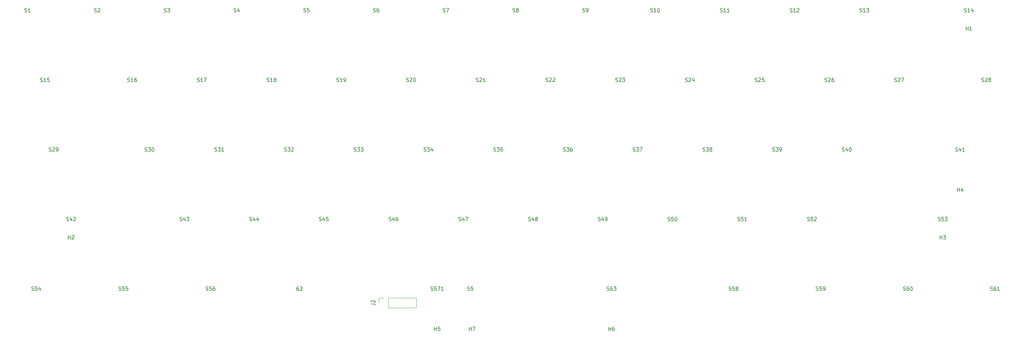
<source format=gto>
G04 #@! TF.GenerationSoftware,KiCad,Pcbnew,7.0.5*
G04 #@! TF.CreationDate,2023-07-04T23:47:47+09:00*
G04 #@! TF.ProjectId,Hotp4ck60,486f7470-3463-46b3-9630-2e6b69636164,rev?*
G04 #@! TF.SameCoordinates,Original*
G04 #@! TF.FileFunction,Legend,Top*
G04 #@! TF.FilePolarity,Positive*
%FSLAX46Y46*%
G04 Gerber Fmt 4.6, Leading zero omitted, Abs format (unit mm)*
G04 Created by KiCad (PCBNEW 7.0.5) date 2023-07-04 23:47:47*
%MOMM*%
%LPD*%
G01*
G04 APERTURE LIST*
%ADD10C,0.150000*%
%ADD11C,0.120000*%
%ADD12C,2.501900*%
%ADD13C,0.650000*%
%ADD14O,1.000000X1.600000*%
%ADD15O,1.000000X2.100000*%
%ADD16C,1.750000*%
%ADD17C,4.000000*%
%ADD18C,3.048000*%
%ADD19C,3.987800*%
%ADD20C,1.000000*%
%ADD21C,7.001300*%
%ADD22C,7.000240*%
%ADD23C,3.700000*%
%ADD24R,1.700000X1.700000*%
%ADD25O,1.700000X1.700000*%
%ADD26C,0.850000*%
G04 APERTURE END LIST*
D10*
X99250595Y-89244700D02*
X99393452Y-89292319D01*
X99393452Y-89292319D02*
X99631547Y-89292319D01*
X99631547Y-89292319D02*
X99726785Y-89244700D01*
X99726785Y-89244700D02*
X99774404Y-89197080D01*
X99774404Y-89197080D02*
X99822023Y-89101842D01*
X99822023Y-89101842D02*
X99822023Y-89006604D01*
X99822023Y-89006604D02*
X99774404Y-88911366D01*
X99774404Y-88911366D02*
X99726785Y-88863747D01*
X99726785Y-88863747D02*
X99631547Y-88816128D01*
X99631547Y-88816128D02*
X99441071Y-88768509D01*
X99441071Y-88768509D02*
X99345833Y-88720890D01*
X99345833Y-88720890D02*
X99298214Y-88673271D01*
X99298214Y-88673271D02*
X99250595Y-88578033D01*
X99250595Y-88578033D02*
X99250595Y-88482795D01*
X99250595Y-88482795D02*
X99298214Y-88387557D01*
X99298214Y-88387557D02*
X99345833Y-88339938D01*
X99345833Y-88339938D02*
X99441071Y-88292319D01*
X99441071Y-88292319D02*
X99679166Y-88292319D01*
X99679166Y-88292319D02*
X99822023Y-88339938D01*
X100202976Y-88387557D02*
X100250595Y-88339938D01*
X100250595Y-88339938D02*
X100345833Y-88292319D01*
X100345833Y-88292319D02*
X100583928Y-88292319D01*
X100583928Y-88292319D02*
X100679166Y-88339938D01*
X100679166Y-88339938D02*
X100726785Y-88387557D01*
X100726785Y-88387557D02*
X100774404Y-88482795D01*
X100774404Y-88482795D02*
X100774404Y-88578033D01*
X100774404Y-88578033D02*
X100726785Y-88720890D01*
X100726785Y-88720890D02*
X100155357Y-89292319D01*
X100155357Y-89292319D02*
X100774404Y-89292319D01*
X80200595Y-89244700D02*
X80343452Y-89292319D01*
X80343452Y-89292319D02*
X80581547Y-89292319D01*
X80581547Y-89292319D02*
X80676785Y-89244700D01*
X80676785Y-89244700D02*
X80724404Y-89197080D01*
X80724404Y-89197080D02*
X80772023Y-89101842D01*
X80772023Y-89101842D02*
X80772023Y-89006604D01*
X80772023Y-89006604D02*
X80724404Y-88911366D01*
X80724404Y-88911366D02*
X80676785Y-88863747D01*
X80676785Y-88863747D02*
X80581547Y-88816128D01*
X80581547Y-88816128D02*
X80391071Y-88768509D01*
X80391071Y-88768509D02*
X80295833Y-88720890D01*
X80295833Y-88720890D02*
X80248214Y-88673271D01*
X80248214Y-88673271D02*
X80200595Y-88578033D01*
X80200595Y-88578033D02*
X80200595Y-88482795D01*
X80200595Y-88482795D02*
X80248214Y-88387557D01*
X80248214Y-88387557D02*
X80295833Y-88339938D01*
X80295833Y-88339938D02*
X80391071Y-88292319D01*
X80391071Y-88292319D02*
X80629166Y-88292319D01*
X80629166Y-88292319D02*
X80772023Y-88339938D01*
X81724404Y-89292319D02*
X81152976Y-89292319D01*
X81438690Y-89292319D02*
X81438690Y-88292319D01*
X81438690Y-88292319D02*
X81343452Y-88435176D01*
X81343452Y-88435176D02*
X81248214Y-88530414D01*
X81248214Y-88530414D02*
X81152976Y-88578033D01*
X329755655Y-146394700D02*
X329898512Y-146442319D01*
X329898512Y-146442319D02*
X330136607Y-146442319D01*
X330136607Y-146442319D02*
X330231845Y-146394700D01*
X330231845Y-146394700D02*
X330279464Y-146347080D01*
X330279464Y-146347080D02*
X330327083Y-146251842D01*
X330327083Y-146251842D02*
X330327083Y-146156604D01*
X330327083Y-146156604D02*
X330279464Y-146061366D01*
X330279464Y-146061366D02*
X330231845Y-146013747D01*
X330231845Y-146013747D02*
X330136607Y-145966128D01*
X330136607Y-145966128D02*
X329946131Y-145918509D01*
X329946131Y-145918509D02*
X329850893Y-145870890D01*
X329850893Y-145870890D02*
X329803274Y-145823271D01*
X329803274Y-145823271D02*
X329755655Y-145728033D01*
X329755655Y-145728033D02*
X329755655Y-145632795D01*
X329755655Y-145632795D02*
X329803274Y-145537557D01*
X329803274Y-145537557D02*
X329850893Y-145489938D01*
X329850893Y-145489938D02*
X329946131Y-145442319D01*
X329946131Y-145442319D02*
X330184226Y-145442319D01*
X330184226Y-145442319D02*
X330327083Y-145489938D01*
X331231845Y-145442319D02*
X330755655Y-145442319D01*
X330755655Y-145442319D02*
X330708036Y-145918509D01*
X330708036Y-145918509D02*
X330755655Y-145870890D01*
X330755655Y-145870890D02*
X330850893Y-145823271D01*
X330850893Y-145823271D02*
X331088988Y-145823271D01*
X331088988Y-145823271D02*
X331184226Y-145870890D01*
X331184226Y-145870890D02*
X331231845Y-145918509D01*
X331231845Y-145918509D02*
X331279464Y-146013747D01*
X331279464Y-146013747D02*
X331279464Y-146251842D01*
X331279464Y-146251842D02*
X331231845Y-146347080D01*
X331231845Y-146347080D02*
X331184226Y-146394700D01*
X331184226Y-146394700D02*
X331088988Y-146442319D01*
X331088988Y-146442319D02*
X330850893Y-146442319D01*
X330850893Y-146442319D02*
X330755655Y-146394700D01*
X330755655Y-146394700D02*
X330708036Y-146347080D01*
X331612798Y-145442319D02*
X332231845Y-145442319D01*
X332231845Y-145442319D02*
X331898512Y-145823271D01*
X331898512Y-145823271D02*
X332041369Y-145823271D01*
X332041369Y-145823271D02*
X332136607Y-145870890D01*
X332136607Y-145870890D02*
X332184226Y-145918509D01*
X332184226Y-145918509D02*
X332231845Y-146013747D01*
X332231845Y-146013747D02*
X332231845Y-146251842D01*
X332231845Y-146251842D02*
X332184226Y-146347080D01*
X332184226Y-146347080D02*
X332136607Y-146394700D01*
X332136607Y-146394700D02*
X332041369Y-146442319D01*
X332041369Y-146442319D02*
X331755655Y-146442319D01*
X331755655Y-146442319D02*
X331660417Y-146394700D01*
X331660417Y-146394700D02*
X331612798Y-146347080D01*
X129730655Y-165444700D02*
X129873512Y-165492319D01*
X129873512Y-165492319D02*
X130111607Y-165492319D01*
X130111607Y-165492319D02*
X130206845Y-165444700D01*
X130206845Y-165444700D02*
X130254464Y-165397080D01*
X130254464Y-165397080D02*
X130302083Y-165301842D01*
X130302083Y-165301842D02*
X130302083Y-165206604D01*
X130302083Y-165206604D02*
X130254464Y-165111366D01*
X130254464Y-165111366D02*
X130206845Y-165063747D01*
X130206845Y-165063747D02*
X130111607Y-165016128D01*
X130111607Y-165016128D02*
X129921131Y-164968509D01*
X129921131Y-164968509D02*
X129825893Y-164920890D01*
X129825893Y-164920890D02*
X129778274Y-164873271D01*
X129778274Y-164873271D02*
X129730655Y-164778033D01*
X129730655Y-164778033D02*
X129730655Y-164682795D01*
X129730655Y-164682795D02*
X129778274Y-164587557D01*
X129778274Y-164587557D02*
X129825893Y-164539938D01*
X129825893Y-164539938D02*
X129921131Y-164492319D01*
X129921131Y-164492319D02*
X130159226Y-164492319D01*
X130159226Y-164492319D02*
X130302083Y-164539938D01*
X131206845Y-164492319D02*
X130730655Y-164492319D01*
X130730655Y-164492319D02*
X130683036Y-164968509D01*
X130683036Y-164968509D02*
X130730655Y-164920890D01*
X130730655Y-164920890D02*
X130825893Y-164873271D01*
X130825893Y-164873271D02*
X131063988Y-164873271D01*
X131063988Y-164873271D02*
X131159226Y-164920890D01*
X131159226Y-164920890D02*
X131206845Y-164968509D01*
X131206845Y-164968509D02*
X131254464Y-165063747D01*
X131254464Y-165063747D02*
X131254464Y-165301842D01*
X131254464Y-165301842D02*
X131206845Y-165397080D01*
X131206845Y-165397080D02*
X131159226Y-165444700D01*
X131159226Y-165444700D02*
X131063988Y-165492319D01*
X131063988Y-165492319D02*
X130825893Y-165492319D01*
X130825893Y-165492319D02*
X130730655Y-165444700D01*
X130730655Y-165444700D02*
X130683036Y-165397080D01*
X132111607Y-164492319D02*
X131921131Y-164492319D01*
X131921131Y-164492319D02*
X131825893Y-164539938D01*
X131825893Y-164539938D02*
X131778274Y-164587557D01*
X131778274Y-164587557D02*
X131683036Y-164730414D01*
X131683036Y-164730414D02*
X131635417Y-164920890D01*
X131635417Y-164920890D02*
X131635417Y-165301842D01*
X131635417Y-165301842D02*
X131683036Y-165397080D01*
X131683036Y-165397080D02*
X131730655Y-165444700D01*
X131730655Y-165444700D02*
X131825893Y-165492319D01*
X131825893Y-165492319D02*
X132016369Y-165492319D01*
X132016369Y-165492319D02*
X132111607Y-165444700D01*
X132111607Y-165444700D02*
X132159226Y-165397080D01*
X132159226Y-165397080D02*
X132206845Y-165301842D01*
X132206845Y-165301842D02*
X132206845Y-165063747D01*
X132206845Y-165063747D02*
X132159226Y-164968509D01*
X132159226Y-164968509D02*
X132111607Y-164920890D01*
X132111607Y-164920890D02*
X132016369Y-164873271D01*
X132016369Y-164873271D02*
X131825893Y-164873271D01*
X131825893Y-164873271D02*
X131730655Y-164920890D01*
X131730655Y-164920890D02*
X131683036Y-164968509D01*
X131683036Y-164968509D02*
X131635417Y-165063747D01*
X201644345Y-176492319D02*
X201644345Y-175492319D01*
X201644345Y-175968509D02*
X202215773Y-175968509D01*
X202215773Y-176492319D02*
X202215773Y-175492319D01*
X202596726Y-175492319D02*
X203263392Y-175492319D01*
X203263392Y-175492319D02*
X202834821Y-176492319D01*
X137350595Y-89244700D02*
X137493452Y-89292319D01*
X137493452Y-89292319D02*
X137731547Y-89292319D01*
X137731547Y-89292319D02*
X137826785Y-89244700D01*
X137826785Y-89244700D02*
X137874404Y-89197080D01*
X137874404Y-89197080D02*
X137922023Y-89101842D01*
X137922023Y-89101842D02*
X137922023Y-89006604D01*
X137922023Y-89006604D02*
X137874404Y-88911366D01*
X137874404Y-88911366D02*
X137826785Y-88863747D01*
X137826785Y-88863747D02*
X137731547Y-88816128D01*
X137731547Y-88816128D02*
X137541071Y-88768509D01*
X137541071Y-88768509D02*
X137445833Y-88720890D01*
X137445833Y-88720890D02*
X137398214Y-88673271D01*
X137398214Y-88673271D02*
X137350595Y-88578033D01*
X137350595Y-88578033D02*
X137350595Y-88482795D01*
X137350595Y-88482795D02*
X137398214Y-88387557D01*
X137398214Y-88387557D02*
X137445833Y-88339938D01*
X137445833Y-88339938D02*
X137541071Y-88292319D01*
X137541071Y-88292319D02*
X137779166Y-88292319D01*
X137779166Y-88292319D02*
X137922023Y-88339938D01*
X138779166Y-88625652D02*
X138779166Y-89292319D01*
X138541071Y-88244700D02*
X138302976Y-88958985D01*
X138302976Y-88958985D02*
X138922023Y-88958985D01*
X272605655Y-165444700D02*
X272748512Y-165492319D01*
X272748512Y-165492319D02*
X272986607Y-165492319D01*
X272986607Y-165492319D02*
X273081845Y-165444700D01*
X273081845Y-165444700D02*
X273129464Y-165397080D01*
X273129464Y-165397080D02*
X273177083Y-165301842D01*
X273177083Y-165301842D02*
X273177083Y-165206604D01*
X273177083Y-165206604D02*
X273129464Y-165111366D01*
X273129464Y-165111366D02*
X273081845Y-165063747D01*
X273081845Y-165063747D02*
X272986607Y-165016128D01*
X272986607Y-165016128D02*
X272796131Y-164968509D01*
X272796131Y-164968509D02*
X272700893Y-164920890D01*
X272700893Y-164920890D02*
X272653274Y-164873271D01*
X272653274Y-164873271D02*
X272605655Y-164778033D01*
X272605655Y-164778033D02*
X272605655Y-164682795D01*
X272605655Y-164682795D02*
X272653274Y-164587557D01*
X272653274Y-164587557D02*
X272700893Y-164539938D01*
X272700893Y-164539938D02*
X272796131Y-164492319D01*
X272796131Y-164492319D02*
X273034226Y-164492319D01*
X273034226Y-164492319D02*
X273177083Y-164539938D01*
X274081845Y-164492319D02*
X273605655Y-164492319D01*
X273605655Y-164492319D02*
X273558036Y-164968509D01*
X273558036Y-164968509D02*
X273605655Y-164920890D01*
X273605655Y-164920890D02*
X273700893Y-164873271D01*
X273700893Y-164873271D02*
X273938988Y-164873271D01*
X273938988Y-164873271D02*
X274034226Y-164920890D01*
X274034226Y-164920890D02*
X274081845Y-164968509D01*
X274081845Y-164968509D02*
X274129464Y-165063747D01*
X274129464Y-165063747D02*
X274129464Y-165301842D01*
X274129464Y-165301842D02*
X274081845Y-165397080D01*
X274081845Y-165397080D02*
X274034226Y-165444700D01*
X274034226Y-165444700D02*
X273938988Y-165492319D01*
X273938988Y-165492319D02*
X273700893Y-165492319D01*
X273700893Y-165492319D02*
X273605655Y-165444700D01*
X273605655Y-165444700D02*
X273558036Y-165397080D01*
X274700893Y-164920890D02*
X274605655Y-164873271D01*
X274605655Y-164873271D02*
X274558036Y-164825652D01*
X274558036Y-164825652D02*
X274510417Y-164730414D01*
X274510417Y-164730414D02*
X274510417Y-164682795D01*
X274510417Y-164682795D02*
X274558036Y-164587557D01*
X274558036Y-164587557D02*
X274605655Y-164539938D01*
X274605655Y-164539938D02*
X274700893Y-164492319D01*
X274700893Y-164492319D02*
X274891369Y-164492319D01*
X274891369Y-164492319D02*
X274986607Y-164539938D01*
X274986607Y-164539938D02*
X275034226Y-164587557D01*
X275034226Y-164587557D02*
X275081845Y-164682795D01*
X275081845Y-164682795D02*
X275081845Y-164730414D01*
X275081845Y-164730414D02*
X275034226Y-164825652D01*
X275034226Y-164825652D02*
X274986607Y-164873271D01*
X274986607Y-164873271D02*
X274891369Y-164920890D01*
X274891369Y-164920890D02*
X274700893Y-164920890D01*
X274700893Y-164920890D02*
X274605655Y-164968509D01*
X274605655Y-164968509D02*
X274558036Y-165016128D01*
X274558036Y-165016128D02*
X274510417Y-165111366D01*
X274510417Y-165111366D02*
X274510417Y-165301842D01*
X274510417Y-165301842D02*
X274558036Y-165397080D01*
X274558036Y-165397080D02*
X274605655Y-165444700D01*
X274605655Y-165444700D02*
X274700893Y-165492319D01*
X274700893Y-165492319D02*
X274891369Y-165492319D01*
X274891369Y-165492319D02*
X274986607Y-165444700D01*
X274986607Y-165444700D02*
X275034226Y-165397080D01*
X275034226Y-165397080D02*
X275081845Y-165301842D01*
X275081845Y-165301842D02*
X275081845Y-165111366D01*
X275081845Y-165111366D02*
X275034226Y-165016128D01*
X275034226Y-165016128D02*
X274986607Y-164968509D01*
X274986607Y-164968509D02*
X274891369Y-164920890D01*
X208311905Y-127344700D02*
X208454762Y-127392319D01*
X208454762Y-127392319D02*
X208692857Y-127392319D01*
X208692857Y-127392319D02*
X208788095Y-127344700D01*
X208788095Y-127344700D02*
X208835714Y-127297080D01*
X208835714Y-127297080D02*
X208883333Y-127201842D01*
X208883333Y-127201842D02*
X208883333Y-127106604D01*
X208883333Y-127106604D02*
X208835714Y-127011366D01*
X208835714Y-127011366D02*
X208788095Y-126963747D01*
X208788095Y-126963747D02*
X208692857Y-126916128D01*
X208692857Y-126916128D02*
X208502381Y-126868509D01*
X208502381Y-126868509D02*
X208407143Y-126820890D01*
X208407143Y-126820890D02*
X208359524Y-126773271D01*
X208359524Y-126773271D02*
X208311905Y-126678033D01*
X208311905Y-126678033D02*
X208311905Y-126582795D01*
X208311905Y-126582795D02*
X208359524Y-126487557D01*
X208359524Y-126487557D02*
X208407143Y-126439938D01*
X208407143Y-126439938D02*
X208502381Y-126392319D01*
X208502381Y-126392319D02*
X208740476Y-126392319D01*
X208740476Y-126392319D02*
X208883333Y-126439938D01*
X209216667Y-126392319D02*
X209835714Y-126392319D01*
X209835714Y-126392319D02*
X209502381Y-126773271D01*
X209502381Y-126773271D02*
X209645238Y-126773271D01*
X209645238Y-126773271D02*
X209740476Y-126820890D01*
X209740476Y-126820890D02*
X209788095Y-126868509D01*
X209788095Y-126868509D02*
X209835714Y-126963747D01*
X209835714Y-126963747D02*
X209835714Y-127201842D01*
X209835714Y-127201842D02*
X209788095Y-127297080D01*
X209788095Y-127297080D02*
X209740476Y-127344700D01*
X209740476Y-127344700D02*
X209645238Y-127392319D01*
X209645238Y-127392319D02*
X209359524Y-127392319D01*
X209359524Y-127392319D02*
X209264286Y-127344700D01*
X209264286Y-127344700D02*
X209216667Y-127297080D01*
X210740476Y-126392319D02*
X210264286Y-126392319D01*
X210264286Y-126392319D02*
X210216667Y-126868509D01*
X210216667Y-126868509D02*
X210264286Y-126820890D01*
X210264286Y-126820890D02*
X210359524Y-126773271D01*
X210359524Y-126773271D02*
X210597619Y-126773271D01*
X210597619Y-126773271D02*
X210692857Y-126820890D01*
X210692857Y-126820890D02*
X210740476Y-126868509D01*
X210740476Y-126868509D02*
X210788095Y-126963747D01*
X210788095Y-126963747D02*
X210788095Y-127201842D01*
X210788095Y-127201842D02*
X210740476Y-127297080D01*
X210740476Y-127297080D02*
X210692857Y-127344700D01*
X210692857Y-127344700D02*
X210597619Y-127392319D01*
X210597619Y-127392319D02*
X210359524Y-127392319D01*
X210359524Y-127392319D02*
X210264286Y-127344700D01*
X210264286Y-127344700D02*
X210216667Y-127297080D01*
X274986905Y-146394700D02*
X275129762Y-146442319D01*
X275129762Y-146442319D02*
X275367857Y-146442319D01*
X275367857Y-146442319D02*
X275463095Y-146394700D01*
X275463095Y-146394700D02*
X275510714Y-146347080D01*
X275510714Y-146347080D02*
X275558333Y-146251842D01*
X275558333Y-146251842D02*
X275558333Y-146156604D01*
X275558333Y-146156604D02*
X275510714Y-146061366D01*
X275510714Y-146061366D02*
X275463095Y-146013747D01*
X275463095Y-146013747D02*
X275367857Y-145966128D01*
X275367857Y-145966128D02*
X275177381Y-145918509D01*
X275177381Y-145918509D02*
X275082143Y-145870890D01*
X275082143Y-145870890D02*
X275034524Y-145823271D01*
X275034524Y-145823271D02*
X274986905Y-145728033D01*
X274986905Y-145728033D02*
X274986905Y-145632795D01*
X274986905Y-145632795D02*
X275034524Y-145537557D01*
X275034524Y-145537557D02*
X275082143Y-145489938D01*
X275082143Y-145489938D02*
X275177381Y-145442319D01*
X275177381Y-145442319D02*
X275415476Y-145442319D01*
X275415476Y-145442319D02*
X275558333Y-145489938D01*
X276463095Y-145442319D02*
X275986905Y-145442319D01*
X275986905Y-145442319D02*
X275939286Y-145918509D01*
X275939286Y-145918509D02*
X275986905Y-145870890D01*
X275986905Y-145870890D02*
X276082143Y-145823271D01*
X276082143Y-145823271D02*
X276320238Y-145823271D01*
X276320238Y-145823271D02*
X276415476Y-145870890D01*
X276415476Y-145870890D02*
X276463095Y-145918509D01*
X276463095Y-145918509D02*
X276510714Y-146013747D01*
X276510714Y-146013747D02*
X276510714Y-146251842D01*
X276510714Y-146251842D02*
X276463095Y-146347080D01*
X276463095Y-146347080D02*
X276415476Y-146394700D01*
X276415476Y-146394700D02*
X276320238Y-146442319D01*
X276320238Y-146442319D02*
X276082143Y-146442319D01*
X276082143Y-146442319D02*
X275986905Y-146394700D01*
X275986905Y-146394700D02*
X275939286Y-146347080D01*
X277463095Y-146442319D02*
X276891667Y-146442319D01*
X277177381Y-146442319D02*
X277177381Y-145442319D01*
X277177381Y-145442319D02*
X277082143Y-145585176D01*
X277082143Y-145585176D02*
X276986905Y-145680414D01*
X276986905Y-145680414D02*
X276891667Y-145728033D01*
X192119345Y-176492319D02*
X192119345Y-175492319D01*
X192119345Y-175968509D02*
X192690773Y-175968509D01*
X192690773Y-176492319D02*
X192690773Y-175492319D01*
X193643154Y-175492319D02*
X193166964Y-175492319D01*
X193166964Y-175492319D02*
X193119345Y-175968509D01*
X193119345Y-175968509D02*
X193166964Y-175920890D01*
X193166964Y-175920890D02*
X193262202Y-175873271D01*
X193262202Y-175873271D02*
X193500297Y-175873271D01*
X193500297Y-175873271D02*
X193595535Y-175920890D01*
X193595535Y-175920890D02*
X193643154Y-175968509D01*
X193643154Y-175968509D02*
X193690773Y-176063747D01*
X193690773Y-176063747D02*
X193690773Y-176301842D01*
X193690773Y-176301842D02*
X193643154Y-176397080D01*
X193643154Y-176397080D02*
X193595535Y-176444700D01*
X193595535Y-176444700D02*
X193500297Y-176492319D01*
X193500297Y-176492319D02*
X193262202Y-176492319D01*
X193262202Y-176492319D02*
X193166964Y-176444700D01*
X193166964Y-176444700D02*
X193119345Y-176397080D01*
X198786905Y-146394700D02*
X198929762Y-146442319D01*
X198929762Y-146442319D02*
X199167857Y-146442319D01*
X199167857Y-146442319D02*
X199263095Y-146394700D01*
X199263095Y-146394700D02*
X199310714Y-146347080D01*
X199310714Y-146347080D02*
X199358333Y-146251842D01*
X199358333Y-146251842D02*
X199358333Y-146156604D01*
X199358333Y-146156604D02*
X199310714Y-146061366D01*
X199310714Y-146061366D02*
X199263095Y-146013747D01*
X199263095Y-146013747D02*
X199167857Y-145966128D01*
X199167857Y-145966128D02*
X198977381Y-145918509D01*
X198977381Y-145918509D02*
X198882143Y-145870890D01*
X198882143Y-145870890D02*
X198834524Y-145823271D01*
X198834524Y-145823271D02*
X198786905Y-145728033D01*
X198786905Y-145728033D02*
X198786905Y-145632795D01*
X198786905Y-145632795D02*
X198834524Y-145537557D01*
X198834524Y-145537557D02*
X198882143Y-145489938D01*
X198882143Y-145489938D02*
X198977381Y-145442319D01*
X198977381Y-145442319D02*
X199215476Y-145442319D01*
X199215476Y-145442319D02*
X199358333Y-145489938D01*
X200215476Y-145775652D02*
X200215476Y-146442319D01*
X199977381Y-145394700D02*
X199739286Y-146108985D01*
X199739286Y-146108985D02*
X200358333Y-146108985D01*
X200644048Y-145442319D02*
X201310714Y-145442319D01*
X201310714Y-145442319D02*
X200882143Y-146442319D01*
X334518155Y-127344700D02*
X334661012Y-127392319D01*
X334661012Y-127392319D02*
X334899107Y-127392319D01*
X334899107Y-127392319D02*
X334994345Y-127344700D01*
X334994345Y-127344700D02*
X335041964Y-127297080D01*
X335041964Y-127297080D02*
X335089583Y-127201842D01*
X335089583Y-127201842D02*
X335089583Y-127106604D01*
X335089583Y-127106604D02*
X335041964Y-127011366D01*
X335041964Y-127011366D02*
X334994345Y-126963747D01*
X334994345Y-126963747D02*
X334899107Y-126916128D01*
X334899107Y-126916128D02*
X334708631Y-126868509D01*
X334708631Y-126868509D02*
X334613393Y-126820890D01*
X334613393Y-126820890D02*
X334565774Y-126773271D01*
X334565774Y-126773271D02*
X334518155Y-126678033D01*
X334518155Y-126678033D02*
X334518155Y-126582795D01*
X334518155Y-126582795D02*
X334565774Y-126487557D01*
X334565774Y-126487557D02*
X334613393Y-126439938D01*
X334613393Y-126439938D02*
X334708631Y-126392319D01*
X334708631Y-126392319D02*
X334946726Y-126392319D01*
X334946726Y-126392319D02*
X335089583Y-126439938D01*
X335946726Y-126725652D02*
X335946726Y-127392319D01*
X335708631Y-126344700D02*
X335470536Y-127058985D01*
X335470536Y-127058985D02*
X336089583Y-127058985D01*
X336994345Y-127392319D02*
X336422917Y-127392319D01*
X336708631Y-127392319D02*
X336708631Y-126392319D01*
X336708631Y-126392319D02*
X336613393Y-126535176D01*
X336613393Y-126535176D02*
X336518155Y-126630414D01*
X336518155Y-126630414D02*
X336422917Y-126678033D01*
X232600595Y-89244700D02*
X232743452Y-89292319D01*
X232743452Y-89292319D02*
X232981547Y-89292319D01*
X232981547Y-89292319D02*
X233076785Y-89244700D01*
X233076785Y-89244700D02*
X233124404Y-89197080D01*
X233124404Y-89197080D02*
X233172023Y-89101842D01*
X233172023Y-89101842D02*
X233172023Y-89006604D01*
X233172023Y-89006604D02*
X233124404Y-88911366D01*
X233124404Y-88911366D02*
X233076785Y-88863747D01*
X233076785Y-88863747D02*
X232981547Y-88816128D01*
X232981547Y-88816128D02*
X232791071Y-88768509D01*
X232791071Y-88768509D02*
X232695833Y-88720890D01*
X232695833Y-88720890D02*
X232648214Y-88673271D01*
X232648214Y-88673271D02*
X232600595Y-88578033D01*
X232600595Y-88578033D02*
X232600595Y-88482795D01*
X232600595Y-88482795D02*
X232648214Y-88387557D01*
X232648214Y-88387557D02*
X232695833Y-88339938D01*
X232695833Y-88339938D02*
X232791071Y-88292319D01*
X232791071Y-88292319D02*
X233029166Y-88292319D01*
X233029166Y-88292319D02*
X233172023Y-88339938D01*
X233648214Y-89292319D02*
X233838690Y-89292319D01*
X233838690Y-89292319D02*
X233933928Y-89244700D01*
X233933928Y-89244700D02*
X233981547Y-89197080D01*
X233981547Y-89197080D02*
X234076785Y-89054223D01*
X234076785Y-89054223D02*
X234124404Y-88863747D01*
X234124404Y-88863747D02*
X234124404Y-88482795D01*
X234124404Y-88482795D02*
X234076785Y-88387557D01*
X234076785Y-88387557D02*
X234029166Y-88339938D01*
X234029166Y-88339938D02*
X233933928Y-88292319D01*
X233933928Y-88292319D02*
X233743452Y-88292319D01*
X233743452Y-88292319D02*
X233648214Y-88339938D01*
X233648214Y-88339938D02*
X233600595Y-88387557D01*
X233600595Y-88387557D02*
X233552976Y-88482795D01*
X233552976Y-88482795D02*
X233552976Y-88720890D01*
X233552976Y-88720890D02*
X233600595Y-88816128D01*
X233600595Y-88816128D02*
X233648214Y-88863747D01*
X233648214Y-88863747D02*
X233743452Y-88911366D01*
X233743452Y-88911366D02*
X233933928Y-88911366D01*
X233933928Y-88911366D02*
X234029166Y-88863747D01*
X234029166Y-88863747D02*
X234076785Y-88816128D01*
X234076785Y-88816128D02*
X234124404Y-88720890D01*
X160686905Y-146394700D02*
X160829762Y-146442319D01*
X160829762Y-146442319D02*
X161067857Y-146442319D01*
X161067857Y-146442319D02*
X161163095Y-146394700D01*
X161163095Y-146394700D02*
X161210714Y-146347080D01*
X161210714Y-146347080D02*
X161258333Y-146251842D01*
X161258333Y-146251842D02*
X161258333Y-146156604D01*
X161258333Y-146156604D02*
X161210714Y-146061366D01*
X161210714Y-146061366D02*
X161163095Y-146013747D01*
X161163095Y-146013747D02*
X161067857Y-145966128D01*
X161067857Y-145966128D02*
X160877381Y-145918509D01*
X160877381Y-145918509D02*
X160782143Y-145870890D01*
X160782143Y-145870890D02*
X160734524Y-145823271D01*
X160734524Y-145823271D02*
X160686905Y-145728033D01*
X160686905Y-145728033D02*
X160686905Y-145632795D01*
X160686905Y-145632795D02*
X160734524Y-145537557D01*
X160734524Y-145537557D02*
X160782143Y-145489938D01*
X160782143Y-145489938D02*
X160877381Y-145442319D01*
X160877381Y-145442319D02*
X161115476Y-145442319D01*
X161115476Y-145442319D02*
X161258333Y-145489938D01*
X162115476Y-145775652D02*
X162115476Y-146442319D01*
X161877381Y-145394700D02*
X161639286Y-146108985D01*
X161639286Y-146108985D02*
X162258333Y-146108985D01*
X163115476Y-145442319D02*
X162639286Y-145442319D01*
X162639286Y-145442319D02*
X162591667Y-145918509D01*
X162591667Y-145918509D02*
X162639286Y-145870890D01*
X162639286Y-145870890D02*
X162734524Y-145823271D01*
X162734524Y-145823271D02*
X162972619Y-145823271D01*
X162972619Y-145823271D02*
X163067857Y-145870890D01*
X163067857Y-145870890D02*
X163115476Y-145918509D01*
X163115476Y-145918509D02*
X163163095Y-146013747D01*
X163163095Y-146013747D02*
X163163095Y-146251842D01*
X163163095Y-146251842D02*
X163115476Y-146347080D01*
X163115476Y-146347080D02*
X163067857Y-146394700D01*
X163067857Y-146394700D02*
X162972619Y-146442319D01*
X162972619Y-146442319D02*
X162734524Y-146442319D01*
X162734524Y-146442319D02*
X162639286Y-146394700D01*
X162639286Y-146394700D02*
X162591667Y-146347080D01*
X170211905Y-127344700D02*
X170354762Y-127392319D01*
X170354762Y-127392319D02*
X170592857Y-127392319D01*
X170592857Y-127392319D02*
X170688095Y-127344700D01*
X170688095Y-127344700D02*
X170735714Y-127297080D01*
X170735714Y-127297080D02*
X170783333Y-127201842D01*
X170783333Y-127201842D02*
X170783333Y-127106604D01*
X170783333Y-127106604D02*
X170735714Y-127011366D01*
X170735714Y-127011366D02*
X170688095Y-126963747D01*
X170688095Y-126963747D02*
X170592857Y-126916128D01*
X170592857Y-126916128D02*
X170402381Y-126868509D01*
X170402381Y-126868509D02*
X170307143Y-126820890D01*
X170307143Y-126820890D02*
X170259524Y-126773271D01*
X170259524Y-126773271D02*
X170211905Y-126678033D01*
X170211905Y-126678033D02*
X170211905Y-126582795D01*
X170211905Y-126582795D02*
X170259524Y-126487557D01*
X170259524Y-126487557D02*
X170307143Y-126439938D01*
X170307143Y-126439938D02*
X170402381Y-126392319D01*
X170402381Y-126392319D02*
X170640476Y-126392319D01*
X170640476Y-126392319D02*
X170783333Y-126439938D01*
X171116667Y-126392319D02*
X171735714Y-126392319D01*
X171735714Y-126392319D02*
X171402381Y-126773271D01*
X171402381Y-126773271D02*
X171545238Y-126773271D01*
X171545238Y-126773271D02*
X171640476Y-126820890D01*
X171640476Y-126820890D02*
X171688095Y-126868509D01*
X171688095Y-126868509D02*
X171735714Y-126963747D01*
X171735714Y-126963747D02*
X171735714Y-127201842D01*
X171735714Y-127201842D02*
X171688095Y-127297080D01*
X171688095Y-127297080D02*
X171640476Y-127344700D01*
X171640476Y-127344700D02*
X171545238Y-127392319D01*
X171545238Y-127392319D02*
X171259524Y-127392319D01*
X171259524Y-127392319D02*
X171164286Y-127344700D01*
X171164286Y-127344700D02*
X171116667Y-127297080D01*
X172069048Y-126392319D02*
X172688095Y-126392319D01*
X172688095Y-126392319D02*
X172354762Y-126773271D01*
X172354762Y-126773271D02*
X172497619Y-126773271D01*
X172497619Y-126773271D02*
X172592857Y-126820890D01*
X172592857Y-126820890D02*
X172640476Y-126868509D01*
X172640476Y-126868509D02*
X172688095Y-126963747D01*
X172688095Y-126963747D02*
X172688095Y-127201842D01*
X172688095Y-127201842D02*
X172640476Y-127297080D01*
X172640476Y-127297080D02*
X172592857Y-127344700D01*
X172592857Y-127344700D02*
X172497619Y-127392319D01*
X172497619Y-127392319D02*
X172211905Y-127392319D01*
X172211905Y-127392319D02*
X172116667Y-127344700D01*
X172116667Y-127344700D02*
X172069048Y-127297080D01*
X118300595Y-89244700D02*
X118443452Y-89292319D01*
X118443452Y-89292319D02*
X118681547Y-89292319D01*
X118681547Y-89292319D02*
X118776785Y-89244700D01*
X118776785Y-89244700D02*
X118824404Y-89197080D01*
X118824404Y-89197080D02*
X118872023Y-89101842D01*
X118872023Y-89101842D02*
X118872023Y-89006604D01*
X118872023Y-89006604D02*
X118824404Y-88911366D01*
X118824404Y-88911366D02*
X118776785Y-88863747D01*
X118776785Y-88863747D02*
X118681547Y-88816128D01*
X118681547Y-88816128D02*
X118491071Y-88768509D01*
X118491071Y-88768509D02*
X118395833Y-88720890D01*
X118395833Y-88720890D02*
X118348214Y-88673271D01*
X118348214Y-88673271D02*
X118300595Y-88578033D01*
X118300595Y-88578033D02*
X118300595Y-88482795D01*
X118300595Y-88482795D02*
X118348214Y-88387557D01*
X118348214Y-88387557D02*
X118395833Y-88339938D01*
X118395833Y-88339938D02*
X118491071Y-88292319D01*
X118491071Y-88292319D02*
X118729166Y-88292319D01*
X118729166Y-88292319D02*
X118872023Y-88339938D01*
X119205357Y-88292319D02*
X119824404Y-88292319D01*
X119824404Y-88292319D02*
X119491071Y-88673271D01*
X119491071Y-88673271D02*
X119633928Y-88673271D01*
X119633928Y-88673271D02*
X119729166Y-88720890D01*
X119729166Y-88720890D02*
X119776785Y-88768509D01*
X119776785Y-88768509D02*
X119824404Y-88863747D01*
X119824404Y-88863747D02*
X119824404Y-89101842D01*
X119824404Y-89101842D02*
X119776785Y-89197080D01*
X119776785Y-89197080D02*
X119729166Y-89244700D01*
X119729166Y-89244700D02*
X119633928Y-89292319D01*
X119633928Y-89292319D02*
X119348214Y-89292319D01*
X119348214Y-89292319D02*
X119252976Y-89244700D01*
X119252976Y-89244700D02*
X119205357Y-89197080D01*
X334994345Y-138392319D02*
X334994345Y-137392319D01*
X334994345Y-137868509D02*
X335565773Y-137868509D01*
X335565773Y-138392319D02*
X335565773Y-137392319D01*
X336470535Y-137725652D02*
X336470535Y-138392319D01*
X336232440Y-137344700D02*
X335994345Y-138058985D01*
X335994345Y-138058985D02*
X336613392Y-138058985D01*
X317849405Y-108294700D02*
X317992262Y-108342319D01*
X317992262Y-108342319D02*
X318230357Y-108342319D01*
X318230357Y-108342319D02*
X318325595Y-108294700D01*
X318325595Y-108294700D02*
X318373214Y-108247080D01*
X318373214Y-108247080D02*
X318420833Y-108151842D01*
X318420833Y-108151842D02*
X318420833Y-108056604D01*
X318420833Y-108056604D02*
X318373214Y-107961366D01*
X318373214Y-107961366D02*
X318325595Y-107913747D01*
X318325595Y-107913747D02*
X318230357Y-107866128D01*
X318230357Y-107866128D02*
X318039881Y-107818509D01*
X318039881Y-107818509D02*
X317944643Y-107770890D01*
X317944643Y-107770890D02*
X317897024Y-107723271D01*
X317897024Y-107723271D02*
X317849405Y-107628033D01*
X317849405Y-107628033D02*
X317849405Y-107532795D01*
X317849405Y-107532795D02*
X317897024Y-107437557D01*
X317897024Y-107437557D02*
X317944643Y-107389938D01*
X317944643Y-107389938D02*
X318039881Y-107342319D01*
X318039881Y-107342319D02*
X318277976Y-107342319D01*
X318277976Y-107342319D02*
X318420833Y-107389938D01*
X318801786Y-107437557D02*
X318849405Y-107389938D01*
X318849405Y-107389938D02*
X318944643Y-107342319D01*
X318944643Y-107342319D02*
X319182738Y-107342319D01*
X319182738Y-107342319D02*
X319277976Y-107389938D01*
X319277976Y-107389938D02*
X319325595Y-107437557D01*
X319325595Y-107437557D02*
X319373214Y-107532795D01*
X319373214Y-107532795D02*
X319373214Y-107628033D01*
X319373214Y-107628033D02*
X319325595Y-107770890D01*
X319325595Y-107770890D02*
X318754167Y-108342319D01*
X318754167Y-108342319D02*
X319373214Y-108342319D01*
X319706548Y-107342319D02*
X320373214Y-107342319D01*
X320373214Y-107342319D02*
X319944643Y-108342319D01*
X151161905Y-127344700D02*
X151304762Y-127392319D01*
X151304762Y-127392319D02*
X151542857Y-127392319D01*
X151542857Y-127392319D02*
X151638095Y-127344700D01*
X151638095Y-127344700D02*
X151685714Y-127297080D01*
X151685714Y-127297080D02*
X151733333Y-127201842D01*
X151733333Y-127201842D02*
X151733333Y-127106604D01*
X151733333Y-127106604D02*
X151685714Y-127011366D01*
X151685714Y-127011366D02*
X151638095Y-126963747D01*
X151638095Y-126963747D02*
X151542857Y-126916128D01*
X151542857Y-126916128D02*
X151352381Y-126868509D01*
X151352381Y-126868509D02*
X151257143Y-126820890D01*
X151257143Y-126820890D02*
X151209524Y-126773271D01*
X151209524Y-126773271D02*
X151161905Y-126678033D01*
X151161905Y-126678033D02*
X151161905Y-126582795D01*
X151161905Y-126582795D02*
X151209524Y-126487557D01*
X151209524Y-126487557D02*
X151257143Y-126439938D01*
X151257143Y-126439938D02*
X151352381Y-126392319D01*
X151352381Y-126392319D02*
X151590476Y-126392319D01*
X151590476Y-126392319D02*
X151733333Y-126439938D01*
X152066667Y-126392319D02*
X152685714Y-126392319D01*
X152685714Y-126392319D02*
X152352381Y-126773271D01*
X152352381Y-126773271D02*
X152495238Y-126773271D01*
X152495238Y-126773271D02*
X152590476Y-126820890D01*
X152590476Y-126820890D02*
X152638095Y-126868509D01*
X152638095Y-126868509D02*
X152685714Y-126963747D01*
X152685714Y-126963747D02*
X152685714Y-127201842D01*
X152685714Y-127201842D02*
X152638095Y-127297080D01*
X152638095Y-127297080D02*
X152590476Y-127344700D01*
X152590476Y-127344700D02*
X152495238Y-127392319D01*
X152495238Y-127392319D02*
X152209524Y-127392319D01*
X152209524Y-127392319D02*
X152114286Y-127344700D01*
X152114286Y-127344700D02*
X152066667Y-127297080D01*
X153066667Y-126487557D02*
X153114286Y-126439938D01*
X153114286Y-126439938D02*
X153209524Y-126392319D01*
X153209524Y-126392319D02*
X153447619Y-126392319D01*
X153447619Y-126392319D02*
X153542857Y-126439938D01*
X153542857Y-126439938D02*
X153590476Y-126487557D01*
X153590476Y-126487557D02*
X153638095Y-126582795D01*
X153638095Y-126582795D02*
X153638095Y-126678033D01*
X153638095Y-126678033D02*
X153590476Y-126820890D01*
X153590476Y-126820890D02*
X153019048Y-127392319D01*
X153019048Y-127392319D02*
X153638095Y-127392319D01*
X241649405Y-108294700D02*
X241792262Y-108342319D01*
X241792262Y-108342319D02*
X242030357Y-108342319D01*
X242030357Y-108342319D02*
X242125595Y-108294700D01*
X242125595Y-108294700D02*
X242173214Y-108247080D01*
X242173214Y-108247080D02*
X242220833Y-108151842D01*
X242220833Y-108151842D02*
X242220833Y-108056604D01*
X242220833Y-108056604D02*
X242173214Y-107961366D01*
X242173214Y-107961366D02*
X242125595Y-107913747D01*
X242125595Y-107913747D02*
X242030357Y-107866128D01*
X242030357Y-107866128D02*
X241839881Y-107818509D01*
X241839881Y-107818509D02*
X241744643Y-107770890D01*
X241744643Y-107770890D02*
X241697024Y-107723271D01*
X241697024Y-107723271D02*
X241649405Y-107628033D01*
X241649405Y-107628033D02*
X241649405Y-107532795D01*
X241649405Y-107532795D02*
X241697024Y-107437557D01*
X241697024Y-107437557D02*
X241744643Y-107389938D01*
X241744643Y-107389938D02*
X241839881Y-107342319D01*
X241839881Y-107342319D02*
X242077976Y-107342319D01*
X242077976Y-107342319D02*
X242220833Y-107389938D01*
X242601786Y-107437557D02*
X242649405Y-107389938D01*
X242649405Y-107389938D02*
X242744643Y-107342319D01*
X242744643Y-107342319D02*
X242982738Y-107342319D01*
X242982738Y-107342319D02*
X243077976Y-107389938D01*
X243077976Y-107389938D02*
X243125595Y-107437557D01*
X243125595Y-107437557D02*
X243173214Y-107532795D01*
X243173214Y-107532795D02*
X243173214Y-107628033D01*
X243173214Y-107628033D02*
X243125595Y-107770890D01*
X243125595Y-107770890D02*
X242554167Y-108342319D01*
X242554167Y-108342319D02*
X243173214Y-108342319D01*
X243506548Y-107342319D02*
X244125595Y-107342319D01*
X244125595Y-107342319D02*
X243792262Y-107723271D01*
X243792262Y-107723271D02*
X243935119Y-107723271D01*
X243935119Y-107723271D02*
X244030357Y-107770890D01*
X244030357Y-107770890D02*
X244077976Y-107818509D01*
X244077976Y-107818509D02*
X244125595Y-107913747D01*
X244125595Y-107913747D02*
X244125595Y-108151842D01*
X244125595Y-108151842D02*
X244077976Y-108247080D01*
X244077976Y-108247080D02*
X244030357Y-108294700D01*
X244030357Y-108294700D02*
X243935119Y-108342319D01*
X243935119Y-108342319D02*
X243649405Y-108342319D01*
X243649405Y-108342319D02*
X243554167Y-108294700D01*
X243554167Y-108294700D02*
X243506548Y-108247080D01*
X141636905Y-146394700D02*
X141779762Y-146442319D01*
X141779762Y-146442319D02*
X142017857Y-146442319D01*
X142017857Y-146442319D02*
X142113095Y-146394700D01*
X142113095Y-146394700D02*
X142160714Y-146347080D01*
X142160714Y-146347080D02*
X142208333Y-146251842D01*
X142208333Y-146251842D02*
X142208333Y-146156604D01*
X142208333Y-146156604D02*
X142160714Y-146061366D01*
X142160714Y-146061366D02*
X142113095Y-146013747D01*
X142113095Y-146013747D02*
X142017857Y-145966128D01*
X142017857Y-145966128D02*
X141827381Y-145918509D01*
X141827381Y-145918509D02*
X141732143Y-145870890D01*
X141732143Y-145870890D02*
X141684524Y-145823271D01*
X141684524Y-145823271D02*
X141636905Y-145728033D01*
X141636905Y-145728033D02*
X141636905Y-145632795D01*
X141636905Y-145632795D02*
X141684524Y-145537557D01*
X141684524Y-145537557D02*
X141732143Y-145489938D01*
X141732143Y-145489938D02*
X141827381Y-145442319D01*
X141827381Y-145442319D02*
X142065476Y-145442319D01*
X142065476Y-145442319D02*
X142208333Y-145489938D01*
X143065476Y-145775652D02*
X143065476Y-146442319D01*
X142827381Y-145394700D02*
X142589286Y-146108985D01*
X142589286Y-146108985D02*
X143208333Y-146108985D01*
X144017857Y-145775652D02*
X144017857Y-146442319D01*
X143779762Y-145394700D02*
X143541667Y-146108985D01*
X143541667Y-146108985D02*
X144160714Y-146108985D01*
X165449405Y-108294700D02*
X165592262Y-108342319D01*
X165592262Y-108342319D02*
X165830357Y-108342319D01*
X165830357Y-108342319D02*
X165925595Y-108294700D01*
X165925595Y-108294700D02*
X165973214Y-108247080D01*
X165973214Y-108247080D02*
X166020833Y-108151842D01*
X166020833Y-108151842D02*
X166020833Y-108056604D01*
X166020833Y-108056604D02*
X165973214Y-107961366D01*
X165973214Y-107961366D02*
X165925595Y-107913747D01*
X165925595Y-107913747D02*
X165830357Y-107866128D01*
X165830357Y-107866128D02*
X165639881Y-107818509D01*
X165639881Y-107818509D02*
X165544643Y-107770890D01*
X165544643Y-107770890D02*
X165497024Y-107723271D01*
X165497024Y-107723271D02*
X165449405Y-107628033D01*
X165449405Y-107628033D02*
X165449405Y-107532795D01*
X165449405Y-107532795D02*
X165497024Y-107437557D01*
X165497024Y-107437557D02*
X165544643Y-107389938D01*
X165544643Y-107389938D02*
X165639881Y-107342319D01*
X165639881Y-107342319D02*
X165877976Y-107342319D01*
X165877976Y-107342319D02*
X166020833Y-107389938D01*
X166973214Y-108342319D02*
X166401786Y-108342319D01*
X166687500Y-108342319D02*
X166687500Y-107342319D01*
X166687500Y-107342319D02*
X166592262Y-107485176D01*
X166592262Y-107485176D02*
X166497024Y-107580414D01*
X166497024Y-107580414D02*
X166401786Y-107628033D01*
X167449405Y-108342319D02*
X167639881Y-108342319D01*
X167639881Y-108342319D02*
X167735119Y-108294700D01*
X167735119Y-108294700D02*
X167782738Y-108247080D01*
X167782738Y-108247080D02*
X167877976Y-108104223D01*
X167877976Y-108104223D02*
X167925595Y-107913747D01*
X167925595Y-107913747D02*
X167925595Y-107532795D01*
X167925595Y-107532795D02*
X167877976Y-107437557D01*
X167877976Y-107437557D02*
X167830357Y-107389938D01*
X167830357Y-107389938D02*
X167735119Y-107342319D01*
X167735119Y-107342319D02*
X167544643Y-107342319D01*
X167544643Y-107342319D02*
X167449405Y-107389938D01*
X167449405Y-107389938D02*
X167401786Y-107437557D01*
X167401786Y-107437557D02*
X167354167Y-107532795D01*
X167354167Y-107532795D02*
X167354167Y-107770890D01*
X167354167Y-107770890D02*
X167401786Y-107866128D01*
X167401786Y-107866128D02*
X167449405Y-107913747D01*
X167449405Y-107913747D02*
X167544643Y-107961366D01*
X167544643Y-107961366D02*
X167735119Y-107961366D01*
X167735119Y-107961366D02*
X167830357Y-107913747D01*
X167830357Y-107913747D02*
X167877976Y-107866128D01*
X167877976Y-107866128D02*
X167925595Y-107770890D01*
X189261905Y-127344700D02*
X189404762Y-127392319D01*
X189404762Y-127392319D02*
X189642857Y-127392319D01*
X189642857Y-127392319D02*
X189738095Y-127344700D01*
X189738095Y-127344700D02*
X189785714Y-127297080D01*
X189785714Y-127297080D02*
X189833333Y-127201842D01*
X189833333Y-127201842D02*
X189833333Y-127106604D01*
X189833333Y-127106604D02*
X189785714Y-127011366D01*
X189785714Y-127011366D02*
X189738095Y-126963747D01*
X189738095Y-126963747D02*
X189642857Y-126916128D01*
X189642857Y-126916128D02*
X189452381Y-126868509D01*
X189452381Y-126868509D02*
X189357143Y-126820890D01*
X189357143Y-126820890D02*
X189309524Y-126773271D01*
X189309524Y-126773271D02*
X189261905Y-126678033D01*
X189261905Y-126678033D02*
X189261905Y-126582795D01*
X189261905Y-126582795D02*
X189309524Y-126487557D01*
X189309524Y-126487557D02*
X189357143Y-126439938D01*
X189357143Y-126439938D02*
X189452381Y-126392319D01*
X189452381Y-126392319D02*
X189690476Y-126392319D01*
X189690476Y-126392319D02*
X189833333Y-126439938D01*
X190166667Y-126392319D02*
X190785714Y-126392319D01*
X190785714Y-126392319D02*
X190452381Y-126773271D01*
X190452381Y-126773271D02*
X190595238Y-126773271D01*
X190595238Y-126773271D02*
X190690476Y-126820890D01*
X190690476Y-126820890D02*
X190738095Y-126868509D01*
X190738095Y-126868509D02*
X190785714Y-126963747D01*
X190785714Y-126963747D02*
X190785714Y-127201842D01*
X190785714Y-127201842D02*
X190738095Y-127297080D01*
X190738095Y-127297080D02*
X190690476Y-127344700D01*
X190690476Y-127344700D02*
X190595238Y-127392319D01*
X190595238Y-127392319D02*
X190309524Y-127392319D01*
X190309524Y-127392319D02*
X190214286Y-127344700D01*
X190214286Y-127344700D02*
X190166667Y-127297080D01*
X191642857Y-126725652D02*
X191642857Y-127392319D01*
X191404762Y-126344700D02*
X191166667Y-127058985D01*
X191166667Y-127058985D02*
X191785714Y-127058985D01*
X320230655Y-165444700D02*
X320373512Y-165492319D01*
X320373512Y-165492319D02*
X320611607Y-165492319D01*
X320611607Y-165492319D02*
X320706845Y-165444700D01*
X320706845Y-165444700D02*
X320754464Y-165397080D01*
X320754464Y-165397080D02*
X320802083Y-165301842D01*
X320802083Y-165301842D02*
X320802083Y-165206604D01*
X320802083Y-165206604D02*
X320754464Y-165111366D01*
X320754464Y-165111366D02*
X320706845Y-165063747D01*
X320706845Y-165063747D02*
X320611607Y-165016128D01*
X320611607Y-165016128D02*
X320421131Y-164968509D01*
X320421131Y-164968509D02*
X320325893Y-164920890D01*
X320325893Y-164920890D02*
X320278274Y-164873271D01*
X320278274Y-164873271D02*
X320230655Y-164778033D01*
X320230655Y-164778033D02*
X320230655Y-164682795D01*
X320230655Y-164682795D02*
X320278274Y-164587557D01*
X320278274Y-164587557D02*
X320325893Y-164539938D01*
X320325893Y-164539938D02*
X320421131Y-164492319D01*
X320421131Y-164492319D02*
X320659226Y-164492319D01*
X320659226Y-164492319D02*
X320802083Y-164539938D01*
X321659226Y-164492319D02*
X321468750Y-164492319D01*
X321468750Y-164492319D02*
X321373512Y-164539938D01*
X321373512Y-164539938D02*
X321325893Y-164587557D01*
X321325893Y-164587557D02*
X321230655Y-164730414D01*
X321230655Y-164730414D02*
X321183036Y-164920890D01*
X321183036Y-164920890D02*
X321183036Y-165301842D01*
X321183036Y-165301842D02*
X321230655Y-165397080D01*
X321230655Y-165397080D02*
X321278274Y-165444700D01*
X321278274Y-165444700D02*
X321373512Y-165492319D01*
X321373512Y-165492319D02*
X321563988Y-165492319D01*
X321563988Y-165492319D02*
X321659226Y-165444700D01*
X321659226Y-165444700D02*
X321706845Y-165397080D01*
X321706845Y-165397080D02*
X321754464Y-165301842D01*
X321754464Y-165301842D02*
X321754464Y-165063747D01*
X321754464Y-165063747D02*
X321706845Y-164968509D01*
X321706845Y-164968509D02*
X321659226Y-164920890D01*
X321659226Y-164920890D02*
X321563988Y-164873271D01*
X321563988Y-164873271D02*
X321373512Y-164873271D01*
X321373512Y-164873271D02*
X321278274Y-164920890D01*
X321278274Y-164920890D02*
X321230655Y-164968509D01*
X321230655Y-164968509D02*
X321183036Y-165063747D01*
X322373512Y-164492319D02*
X322468750Y-164492319D01*
X322468750Y-164492319D02*
X322563988Y-164539938D01*
X322563988Y-164539938D02*
X322611607Y-164587557D01*
X322611607Y-164587557D02*
X322659226Y-164682795D01*
X322659226Y-164682795D02*
X322706845Y-164873271D01*
X322706845Y-164873271D02*
X322706845Y-165111366D01*
X322706845Y-165111366D02*
X322659226Y-165301842D01*
X322659226Y-165301842D02*
X322611607Y-165397080D01*
X322611607Y-165397080D02*
X322563988Y-165444700D01*
X322563988Y-165444700D02*
X322468750Y-165492319D01*
X322468750Y-165492319D02*
X322373512Y-165492319D01*
X322373512Y-165492319D02*
X322278274Y-165444700D01*
X322278274Y-165444700D02*
X322230655Y-165397080D01*
X322230655Y-165397080D02*
X322183036Y-165301842D01*
X322183036Y-165301842D02*
X322135417Y-165111366D01*
X322135417Y-165111366D02*
X322135417Y-164873271D01*
X322135417Y-164873271D02*
X322183036Y-164682795D01*
X322183036Y-164682795D02*
X322230655Y-164587557D01*
X322230655Y-164587557D02*
X322278274Y-164539938D01*
X322278274Y-164539938D02*
X322373512Y-164492319D01*
X127349405Y-108294700D02*
X127492262Y-108342319D01*
X127492262Y-108342319D02*
X127730357Y-108342319D01*
X127730357Y-108342319D02*
X127825595Y-108294700D01*
X127825595Y-108294700D02*
X127873214Y-108247080D01*
X127873214Y-108247080D02*
X127920833Y-108151842D01*
X127920833Y-108151842D02*
X127920833Y-108056604D01*
X127920833Y-108056604D02*
X127873214Y-107961366D01*
X127873214Y-107961366D02*
X127825595Y-107913747D01*
X127825595Y-107913747D02*
X127730357Y-107866128D01*
X127730357Y-107866128D02*
X127539881Y-107818509D01*
X127539881Y-107818509D02*
X127444643Y-107770890D01*
X127444643Y-107770890D02*
X127397024Y-107723271D01*
X127397024Y-107723271D02*
X127349405Y-107628033D01*
X127349405Y-107628033D02*
X127349405Y-107532795D01*
X127349405Y-107532795D02*
X127397024Y-107437557D01*
X127397024Y-107437557D02*
X127444643Y-107389938D01*
X127444643Y-107389938D02*
X127539881Y-107342319D01*
X127539881Y-107342319D02*
X127777976Y-107342319D01*
X127777976Y-107342319D02*
X127920833Y-107389938D01*
X128873214Y-108342319D02*
X128301786Y-108342319D01*
X128587500Y-108342319D02*
X128587500Y-107342319D01*
X128587500Y-107342319D02*
X128492262Y-107485176D01*
X128492262Y-107485176D02*
X128397024Y-107580414D01*
X128397024Y-107580414D02*
X128301786Y-107628033D01*
X129206548Y-107342319D02*
X129873214Y-107342319D01*
X129873214Y-107342319D02*
X129444643Y-108342319D01*
X194500595Y-89244700D02*
X194643452Y-89292319D01*
X194643452Y-89292319D02*
X194881547Y-89292319D01*
X194881547Y-89292319D02*
X194976785Y-89244700D01*
X194976785Y-89244700D02*
X195024404Y-89197080D01*
X195024404Y-89197080D02*
X195072023Y-89101842D01*
X195072023Y-89101842D02*
X195072023Y-89006604D01*
X195072023Y-89006604D02*
X195024404Y-88911366D01*
X195024404Y-88911366D02*
X194976785Y-88863747D01*
X194976785Y-88863747D02*
X194881547Y-88816128D01*
X194881547Y-88816128D02*
X194691071Y-88768509D01*
X194691071Y-88768509D02*
X194595833Y-88720890D01*
X194595833Y-88720890D02*
X194548214Y-88673271D01*
X194548214Y-88673271D02*
X194500595Y-88578033D01*
X194500595Y-88578033D02*
X194500595Y-88482795D01*
X194500595Y-88482795D02*
X194548214Y-88387557D01*
X194548214Y-88387557D02*
X194595833Y-88339938D01*
X194595833Y-88339938D02*
X194691071Y-88292319D01*
X194691071Y-88292319D02*
X194929166Y-88292319D01*
X194929166Y-88292319D02*
X195072023Y-88339938D01*
X195405357Y-88292319D02*
X196072023Y-88292319D01*
X196072023Y-88292319D02*
X195643452Y-89292319D01*
X156400595Y-89244700D02*
X156543452Y-89292319D01*
X156543452Y-89292319D02*
X156781547Y-89292319D01*
X156781547Y-89292319D02*
X156876785Y-89244700D01*
X156876785Y-89244700D02*
X156924404Y-89197080D01*
X156924404Y-89197080D02*
X156972023Y-89101842D01*
X156972023Y-89101842D02*
X156972023Y-89006604D01*
X156972023Y-89006604D02*
X156924404Y-88911366D01*
X156924404Y-88911366D02*
X156876785Y-88863747D01*
X156876785Y-88863747D02*
X156781547Y-88816128D01*
X156781547Y-88816128D02*
X156591071Y-88768509D01*
X156591071Y-88768509D02*
X156495833Y-88720890D01*
X156495833Y-88720890D02*
X156448214Y-88673271D01*
X156448214Y-88673271D02*
X156400595Y-88578033D01*
X156400595Y-88578033D02*
X156400595Y-88482795D01*
X156400595Y-88482795D02*
X156448214Y-88387557D01*
X156448214Y-88387557D02*
X156495833Y-88339938D01*
X156495833Y-88339938D02*
X156591071Y-88292319D01*
X156591071Y-88292319D02*
X156829166Y-88292319D01*
X156829166Y-88292319D02*
X156972023Y-88339938D01*
X157876785Y-88292319D02*
X157400595Y-88292319D01*
X157400595Y-88292319D02*
X157352976Y-88768509D01*
X157352976Y-88768509D02*
X157400595Y-88720890D01*
X157400595Y-88720890D02*
X157495833Y-88673271D01*
X157495833Y-88673271D02*
X157733928Y-88673271D01*
X157733928Y-88673271D02*
X157829166Y-88720890D01*
X157829166Y-88720890D02*
X157876785Y-88768509D01*
X157876785Y-88768509D02*
X157924404Y-88863747D01*
X157924404Y-88863747D02*
X157924404Y-89101842D01*
X157924404Y-89101842D02*
X157876785Y-89197080D01*
X157876785Y-89197080D02*
X157829166Y-89244700D01*
X157829166Y-89244700D02*
X157733928Y-89292319D01*
X157733928Y-89292319D02*
X157495833Y-89292319D01*
X157495833Y-89292319D02*
X157400595Y-89244700D01*
X157400595Y-89244700D02*
X157352976Y-89197080D01*
X279749405Y-108294700D02*
X279892262Y-108342319D01*
X279892262Y-108342319D02*
X280130357Y-108342319D01*
X280130357Y-108342319D02*
X280225595Y-108294700D01*
X280225595Y-108294700D02*
X280273214Y-108247080D01*
X280273214Y-108247080D02*
X280320833Y-108151842D01*
X280320833Y-108151842D02*
X280320833Y-108056604D01*
X280320833Y-108056604D02*
X280273214Y-107961366D01*
X280273214Y-107961366D02*
X280225595Y-107913747D01*
X280225595Y-107913747D02*
X280130357Y-107866128D01*
X280130357Y-107866128D02*
X279939881Y-107818509D01*
X279939881Y-107818509D02*
X279844643Y-107770890D01*
X279844643Y-107770890D02*
X279797024Y-107723271D01*
X279797024Y-107723271D02*
X279749405Y-107628033D01*
X279749405Y-107628033D02*
X279749405Y-107532795D01*
X279749405Y-107532795D02*
X279797024Y-107437557D01*
X279797024Y-107437557D02*
X279844643Y-107389938D01*
X279844643Y-107389938D02*
X279939881Y-107342319D01*
X279939881Y-107342319D02*
X280177976Y-107342319D01*
X280177976Y-107342319D02*
X280320833Y-107389938D01*
X280701786Y-107437557D02*
X280749405Y-107389938D01*
X280749405Y-107389938D02*
X280844643Y-107342319D01*
X280844643Y-107342319D02*
X281082738Y-107342319D01*
X281082738Y-107342319D02*
X281177976Y-107389938D01*
X281177976Y-107389938D02*
X281225595Y-107437557D01*
X281225595Y-107437557D02*
X281273214Y-107532795D01*
X281273214Y-107532795D02*
X281273214Y-107628033D01*
X281273214Y-107628033D02*
X281225595Y-107770890D01*
X281225595Y-107770890D02*
X280654167Y-108342319D01*
X280654167Y-108342319D02*
X281273214Y-108342319D01*
X282177976Y-107342319D02*
X281701786Y-107342319D01*
X281701786Y-107342319D02*
X281654167Y-107818509D01*
X281654167Y-107818509D02*
X281701786Y-107770890D01*
X281701786Y-107770890D02*
X281797024Y-107723271D01*
X281797024Y-107723271D02*
X282035119Y-107723271D01*
X282035119Y-107723271D02*
X282130357Y-107770890D01*
X282130357Y-107770890D02*
X282177976Y-107818509D01*
X282177976Y-107818509D02*
X282225595Y-107913747D01*
X282225595Y-107913747D02*
X282225595Y-108151842D01*
X282225595Y-108151842D02*
X282177976Y-108247080D01*
X282177976Y-108247080D02*
X282130357Y-108294700D01*
X282130357Y-108294700D02*
X282035119Y-108342319D01*
X282035119Y-108342319D02*
X281797024Y-108342319D01*
X281797024Y-108342319D02*
X281701786Y-108294700D01*
X281701786Y-108294700D02*
X281654167Y-108247080D01*
X153543155Y-165444700D02*
X153686012Y-165492319D01*
X153686012Y-165492319D02*
X153924107Y-165492319D01*
X153924107Y-165492319D02*
X154019345Y-165444700D01*
X154019345Y-165444700D02*
X154066964Y-165397080D01*
X154066964Y-165397080D02*
X154114583Y-165301842D01*
X154114583Y-165301842D02*
X154114583Y-165206604D01*
X154114583Y-165206604D02*
X154066964Y-165111366D01*
X154066964Y-165111366D02*
X154019345Y-165063747D01*
X154019345Y-165063747D02*
X153924107Y-165016128D01*
X153924107Y-165016128D02*
X153733631Y-164968509D01*
X153733631Y-164968509D02*
X153638393Y-164920890D01*
X153638393Y-164920890D02*
X153590774Y-164873271D01*
X153590774Y-164873271D02*
X153543155Y-164778033D01*
X153543155Y-164778033D02*
X153543155Y-164682795D01*
X153543155Y-164682795D02*
X153590774Y-164587557D01*
X153590774Y-164587557D02*
X153638393Y-164539938D01*
X153638393Y-164539938D02*
X153733631Y-164492319D01*
X153733631Y-164492319D02*
X153971726Y-164492319D01*
X153971726Y-164492319D02*
X154114583Y-164539938D01*
X154971726Y-164492319D02*
X154781250Y-164492319D01*
X154781250Y-164492319D02*
X154686012Y-164539938D01*
X154686012Y-164539938D02*
X154638393Y-164587557D01*
X154638393Y-164587557D02*
X154543155Y-164730414D01*
X154543155Y-164730414D02*
X154495536Y-164920890D01*
X154495536Y-164920890D02*
X154495536Y-165301842D01*
X154495536Y-165301842D02*
X154543155Y-165397080D01*
X154543155Y-165397080D02*
X154590774Y-165444700D01*
X154590774Y-165444700D02*
X154686012Y-165492319D01*
X154686012Y-165492319D02*
X154876488Y-165492319D01*
X154876488Y-165492319D02*
X154971726Y-165444700D01*
X154971726Y-165444700D02*
X155019345Y-165397080D01*
X155019345Y-165397080D02*
X155066964Y-165301842D01*
X155066964Y-165301842D02*
X155066964Y-165063747D01*
X155066964Y-165063747D02*
X155019345Y-164968509D01*
X155019345Y-164968509D02*
X154971726Y-164920890D01*
X154971726Y-164920890D02*
X154876488Y-164873271D01*
X154876488Y-164873271D02*
X154686012Y-164873271D01*
X154686012Y-164873271D02*
X154590774Y-164920890D01*
X154590774Y-164920890D02*
X154543155Y-164968509D01*
X154543155Y-164968509D02*
X154495536Y-165063747D01*
X155447917Y-164587557D02*
X155495536Y-164539938D01*
X155495536Y-164539938D02*
X155590774Y-164492319D01*
X155590774Y-164492319D02*
X155828869Y-164492319D01*
X155828869Y-164492319D02*
X155924107Y-164539938D01*
X155924107Y-164539938D02*
X155971726Y-164587557D01*
X155971726Y-164587557D02*
X156019345Y-164682795D01*
X156019345Y-164682795D02*
X156019345Y-164778033D01*
X156019345Y-164778033D02*
X155971726Y-164920890D01*
X155971726Y-164920890D02*
X155400298Y-165492319D01*
X155400298Y-165492319D02*
X156019345Y-165492319D01*
X174934819Y-169193333D02*
X175649104Y-169193333D01*
X175649104Y-169193333D02*
X175791961Y-169240952D01*
X175791961Y-169240952D02*
X175887200Y-169336190D01*
X175887200Y-169336190D02*
X175934819Y-169479047D01*
X175934819Y-169479047D02*
X175934819Y-169574285D01*
X175030057Y-168764761D02*
X174982438Y-168717142D01*
X174982438Y-168717142D02*
X174934819Y-168621904D01*
X174934819Y-168621904D02*
X174934819Y-168383809D01*
X174934819Y-168383809D02*
X174982438Y-168288571D01*
X174982438Y-168288571D02*
X175030057Y-168240952D01*
X175030057Y-168240952D02*
X175125295Y-168193333D01*
X175125295Y-168193333D02*
X175220533Y-168193333D01*
X175220533Y-168193333D02*
X175363390Y-168240952D01*
X175363390Y-168240952D02*
X175934819Y-168812380D01*
X175934819Y-168812380D02*
X175934819Y-168193333D01*
X303561905Y-127344700D02*
X303704762Y-127392319D01*
X303704762Y-127392319D02*
X303942857Y-127392319D01*
X303942857Y-127392319D02*
X304038095Y-127344700D01*
X304038095Y-127344700D02*
X304085714Y-127297080D01*
X304085714Y-127297080D02*
X304133333Y-127201842D01*
X304133333Y-127201842D02*
X304133333Y-127106604D01*
X304133333Y-127106604D02*
X304085714Y-127011366D01*
X304085714Y-127011366D02*
X304038095Y-126963747D01*
X304038095Y-126963747D02*
X303942857Y-126916128D01*
X303942857Y-126916128D02*
X303752381Y-126868509D01*
X303752381Y-126868509D02*
X303657143Y-126820890D01*
X303657143Y-126820890D02*
X303609524Y-126773271D01*
X303609524Y-126773271D02*
X303561905Y-126678033D01*
X303561905Y-126678033D02*
X303561905Y-126582795D01*
X303561905Y-126582795D02*
X303609524Y-126487557D01*
X303609524Y-126487557D02*
X303657143Y-126439938D01*
X303657143Y-126439938D02*
X303752381Y-126392319D01*
X303752381Y-126392319D02*
X303990476Y-126392319D01*
X303990476Y-126392319D02*
X304133333Y-126439938D01*
X304990476Y-126725652D02*
X304990476Y-127392319D01*
X304752381Y-126344700D02*
X304514286Y-127058985D01*
X304514286Y-127058985D02*
X305133333Y-127058985D01*
X305704762Y-126392319D02*
X305800000Y-126392319D01*
X305800000Y-126392319D02*
X305895238Y-126439938D01*
X305895238Y-126439938D02*
X305942857Y-126487557D01*
X305942857Y-126487557D02*
X305990476Y-126582795D01*
X305990476Y-126582795D02*
X306038095Y-126773271D01*
X306038095Y-126773271D02*
X306038095Y-127011366D01*
X306038095Y-127011366D02*
X305990476Y-127201842D01*
X305990476Y-127201842D02*
X305942857Y-127297080D01*
X305942857Y-127297080D02*
X305895238Y-127344700D01*
X305895238Y-127344700D02*
X305800000Y-127392319D01*
X305800000Y-127392319D02*
X305704762Y-127392319D01*
X305704762Y-127392319D02*
X305609524Y-127344700D01*
X305609524Y-127344700D02*
X305561905Y-127297080D01*
X305561905Y-127297080D02*
X305514286Y-127201842D01*
X305514286Y-127201842D02*
X305466667Y-127011366D01*
X305466667Y-127011366D02*
X305466667Y-126773271D01*
X305466667Y-126773271D02*
X305514286Y-126582795D01*
X305514286Y-126582795D02*
X305561905Y-126487557D01*
X305561905Y-126487557D02*
X305609524Y-126439938D01*
X305609524Y-126439938D02*
X305704762Y-126392319D01*
X179736905Y-146394700D02*
X179879762Y-146442319D01*
X179879762Y-146442319D02*
X180117857Y-146442319D01*
X180117857Y-146442319D02*
X180213095Y-146394700D01*
X180213095Y-146394700D02*
X180260714Y-146347080D01*
X180260714Y-146347080D02*
X180308333Y-146251842D01*
X180308333Y-146251842D02*
X180308333Y-146156604D01*
X180308333Y-146156604D02*
X180260714Y-146061366D01*
X180260714Y-146061366D02*
X180213095Y-146013747D01*
X180213095Y-146013747D02*
X180117857Y-145966128D01*
X180117857Y-145966128D02*
X179927381Y-145918509D01*
X179927381Y-145918509D02*
X179832143Y-145870890D01*
X179832143Y-145870890D02*
X179784524Y-145823271D01*
X179784524Y-145823271D02*
X179736905Y-145728033D01*
X179736905Y-145728033D02*
X179736905Y-145632795D01*
X179736905Y-145632795D02*
X179784524Y-145537557D01*
X179784524Y-145537557D02*
X179832143Y-145489938D01*
X179832143Y-145489938D02*
X179927381Y-145442319D01*
X179927381Y-145442319D02*
X180165476Y-145442319D01*
X180165476Y-145442319D02*
X180308333Y-145489938D01*
X181165476Y-145775652D02*
X181165476Y-146442319D01*
X180927381Y-145394700D02*
X180689286Y-146108985D01*
X180689286Y-146108985D02*
X181308333Y-146108985D01*
X182117857Y-145442319D02*
X181927381Y-145442319D01*
X181927381Y-145442319D02*
X181832143Y-145489938D01*
X181832143Y-145489938D02*
X181784524Y-145537557D01*
X181784524Y-145537557D02*
X181689286Y-145680414D01*
X181689286Y-145680414D02*
X181641667Y-145870890D01*
X181641667Y-145870890D02*
X181641667Y-146251842D01*
X181641667Y-146251842D02*
X181689286Y-146347080D01*
X181689286Y-146347080D02*
X181736905Y-146394700D01*
X181736905Y-146394700D02*
X181832143Y-146442319D01*
X181832143Y-146442319D02*
X182022619Y-146442319D01*
X182022619Y-146442319D02*
X182117857Y-146394700D01*
X182117857Y-146394700D02*
X182165476Y-146347080D01*
X182165476Y-146347080D02*
X182213095Y-146251842D01*
X182213095Y-146251842D02*
X182213095Y-146013747D01*
X182213095Y-146013747D02*
X182165476Y-145918509D01*
X182165476Y-145918509D02*
X182117857Y-145870890D01*
X182117857Y-145870890D02*
X182022619Y-145823271D01*
X182022619Y-145823271D02*
X181832143Y-145823271D01*
X181832143Y-145823271D02*
X181736905Y-145870890D01*
X181736905Y-145870890D02*
X181689286Y-145918509D01*
X181689286Y-145918509D02*
X181641667Y-146013747D01*
X239744345Y-176492319D02*
X239744345Y-175492319D01*
X239744345Y-175968509D02*
X240315773Y-175968509D01*
X240315773Y-176492319D02*
X240315773Y-175492319D01*
X241220535Y-175492319D02*
X241030059Y-175492319D01*
X241030059Y-175492319D02*
X240934821Y-175539938D01*
X240934821Y-175539938D02*
X240887202Y-175587557D01*
X240887202Y-175587557D02*
X240791964Y-175730414D01*
X240791964Y-175730414D02*
X240744345Y-175920890D01*
X240744345Y-175920890D02*
X240744345Y-176301842D01*
X240744345Y-176301842D02*
X240791964Y-176397080D01*
X240791964Y-176397080D02*
X240839583Y-176444700D01*
X240839583Y-176444700D02*
X240934821Y-176492319D01*
X240934821Y-176492319D02*
X241125297Y-176492319D01*
X241125297Y-176492319D02*
X241220535Y-176444700D01*
X241220535Y-176444700D02*
X241268154Y-176397080D01*
X241268154Y-176397080D02*
X241315773Y-176301842D01*
X241315773Y-176301842D02*
X241315773Y-176063747D01*
X241315773Y-176063747D02*
X241268154Y-175968509D01*
X241268154Y-175968509D02*
X241220535Y-175920890D01*
X241220535Y-175920890D02*
X241125297Y-175873271D01*
X241125297Y-175873271D02*
X240934821Y-175873271D01*
X240934821Y-175873271D02*
X240839583Y-175920890D01*
X240839583Y-175920890D02*
X240791964Y-175968509D01*
X240791964Y-175968509D02*
X240744345Y-176063747D01*
X122586905Y-146394700D02*
X122729762Y-146442319D01*
X122729762Y-146442319D02*
X122967857Y-146442319D01*
X122967857Y-146442319D02*
X123063095Y-146394700D01*
X123063095Y-146394700D02*
X123110714Y-146347080D01*
X123110714Y-146347080D02*
X123158333Y-146251842D01*
X123158333Y-146251842D02*
X123158333Y-146156604D01*
X123158333Y-146156604D02*
X123110714Y-146061366D01*
X123110714Y-146061366D02*
X123063095Y-146013747D01*
X123063095Y-146013747D02*
X122967857Y-145966128D01*
X122967857Y-145966128D02*
X122777381Y-145918509D01*
X122777381Y-145918509D02*
X122682143Y-145870890D01*
X122682143Y-145870890D02*
X122634524Y-145823271D01*
X122634524Y-145823271D02*
X122586905Y-145728033D01*
X122586905Y-145728033D02*
X122586905Y-145632795D01*
X122586905Y-145632795D02*
X122634524Y-145537557D01*
X122634524Y-145537557D02*
X122682143Y-145489938D01*
X122682143Y-145489938D02*
X122777381Y-145442319D01*
X122777381Y-145442319D02*
X123015476Y-145442319D01*
X123015476Y-145442319D02*
X123158333Y-145489938D01*
X124015476Y-145775652D02*
X124015476Y-146442319D01*
X123777381Y-145394700D02*
X123539286Y-146108985D01*
X123539286Y-146108985D02*
X124158333Y-146108985D01*
X124444048Y-145442319D02*
X125063095Y-145442319D01*
X125063095Y-145442319D02*
X124729762Y-145823271D01*
X124729762Y-145823271D02*
X124872619Y-145823271D01*
X124872619Y-145823271D02*
X124967857Y-145870890D01*
X124967857Y-145870890D02*
X125015476Y-145918509D01*
X125015476Y-145918509D02*
X125063095Y-146013747D01*
X125063095Y-146013747D02*
X125063095Y-146251842D01*
X125063095Y-146251842D02*
X125015476Y-146347080D01*
X125015476Y-146347080D02*
X124967857Y-146394700D01*
X124967857Y-146394700D02*
X124872619Y-146442319D01*
X124872619Y-146442319D02*
X124586905Y-146442319D01*
X124586905Y-146442319D02*
X124491667Y-146394700D01*
X124491667Y-146394700D02*
X124444048Y-146347080D01*
X330231845Y-151442319D02*
X330231845Y-150442319D01*
X330231845Y-150918509D02*
X330803273Y-150918509D01*
X330803273Y-151442319D02*
X330803273Y-150442319D01*
X331184226Y-150442319D02*
X331803273Y-150442319D01*
X331803273Y-150442319D02*
X331469940Y-150823271D01*
X331469940Y-150823271D02*
X331612797Y-150823271D01*
X331612797Y-150823271D02*
X331708035Y-150870890D01*
X331708035Y-150870890D02*
X331755654Y-150918509D01*
X331755654Y-150918509D02*
X331803273Y-151013747D01*
X331803273Y-151013747D02*
X331803273Y-151251842D01*
X331803273Y-151251842D02*
X331755654Y-151347080D01*
X331755654Y-151347080D02*
X331708035Y-151394700D01*
X331708035Y-151394700D02*
X331612797Y-151442319D01*
X331612797Y-151442319D02*
X331327083Y-151442319D01*
X331327083Y-151442319D02*
X331231845Y-151394700D01*
X331231845Y-151394700D02*
X331184226Y-151347080D01*
X255936905Y-146394700D02*
X256079762Y-146442319D01*
X256079762Y-146442319D02*
X256317857Y-146442319D01*
X256317857Y-146442319D02*
X256413095Y-146394700D01*
X256413095Y-146394700D02*
X256460714Y-146347080D01*
X256460714Y-146347080D02*
X256508333Y-146251842D01*
X256508333Y-146251842D02*
X256508333Y-146156604D01*
X256508333Y-146156604D02*
X256460714Y-146061366D01*
X256460714Y-146061366D02*
X256413095Y-146013747D01*
X256413095Y-146013747D02*
X256317857Y-145966128D01*
X256317857Y-145966128D02*
X256127381Y-145918509D01*
X256127381Y-145918509D02*
X256032143Y-145870890D01*
X256032143Y-145870890D02*
X255984524Y-145823271D01*
X255984524Y-145823271D02*
X255936905Y-145728033D01*
X255936905Y-145728033D02*
X255936905Y-145632795D01*
X255936905Y-145632795D02*
X255984524Y-145537557D01*
X255984524Y-145537557D02*
X256032143Y-145489938D01*
X256032143Y-145489938D02*
X256127381Y-145442319D01*
X256127381Y-145442319D02*
X256365476Y-145442319D01*
X256365476Y-145442319D02*
X256508333Y-145489938D01*
X257413095Y-145442319D02*
X256936905Y-145442319D01*
X256936905Y-145442319D02*
X256889286Y-145918509D01*
X256889286Y-145918509D02*
X256936905Y-145870890D01*
X256936905Y-145870890D02*
X257032143Y-145823271D01*
X257032143Y-145823271D02*
X257270238Y-145823271D01*
X257270238Y-145823271D02*
X257365476Y-145870890D01*
X257365476Y-145870890D02*
X257413095Y-145918509D01*
X257413095Y-145918509D02*
X257460714Y-146013747D01*
X257460714Y-146013747D02*
X257460714Y-146251842D01*
X257460714Y-146251842D02*
X257413095Y-146347080D01*
X257413095Y-146347080D02*
X257365476Y-146394700D01*
X257365476Y-146394700D02*
X257270238Y-146442319D01*
X257270238Y-146442319D02*
X257032143Y-146442319D01*
X257032143Y-146442319D02*
X256936905Y-146394700D01*
X256936905Y-146394700D02*
X256889286Y-146347080D01*
X258079762Y-145442319D02*
X258175000Y-145442319D01*
X258175000Y-145442319D02*
X258270238Y-145489938D01*
X258270238Y-145489938D02*
X258317857Y-145537557D01*
X258317857Y-145537557D02*
X258365476Y-145632795D01*
X258365476Y-145632795D02*
X258413095Y-145823271D01*
X258413095Y-145823271D02*
X258413095Y-146061366D01*
X258413095Y-146061366D02*
X258365476Y-146251842D01*
X258365476Y-146251842D02*
X258317857Y-146347080D01*
X258317857Y-146347080D02*
X258270238Y-146394700D01*
X258270238Y-146394700D02*
X258175000Y-146442319D01*
X258175000Y-146442319D02*
X258079762Y-146442319D01*
X258079762Y-146442319D02*
X257984524Y-146394700D01*
X257984524Y-146394700D02*
X257936905Y-146347080D01*
X257936905Y-146347080D02*
X257889286Y-146251842D01*
X257889286Y-146251842D02*
X257841667Y-146061366D01*
X257841667Y-146061366D02*
X257841667Y-145823271D01*
X257841667Y-145823271D02*
X257889286Y-145632795D01*
X257889286Y-145632795D02*
X257936905Y-145537557D01*
X257936905Y-145537557D02*
X257984524Y-145489938D01*
X257984524Y-145489938D02*
X258079762Y-145442319D01*
X236886905Y-146394700D02*
X237029762Y-146442319D01*
X237029762Y-146442319D02*
X237267857Y-146442319D01*
X237267857Y-146442319D02*
X237363095Y-146394700D01*
X237363095Y-146394700D02*
X237410714Y-146347080D01*
X237410714Y-146347080D02*
X237458333Y-146251842D01*
X237458333Y-146251842D02*
X237458333Y-146156604D01*
X237458333Y-146156604D02*
X237410714Y-146061366D01*
X237410714Y-146061366D02*
X237363095Y-146013747D01*
X237363095Y-146013747D02*
X237267857Y-145966128D01*
X237267857Y-145966128D02*
X237077381Y-145918509D01*
X237077381Y-145918509D02*
X236982143Y-145870890D01*
X236982143Y-145870890D02*
X236934524Y-145823271D01*
X236934524Y-145823271D02*
X236886905Y-145728033D01*
X236886905Y-145728033D02*
X236886905Y-145632795D01*
X236886905Y-145632795D02*
X236934524Y-145537557D01*
X236934524Y-145537557D02*
X236982143Y-145489938D01*
X236982143Y-145489938D02*
X237077381Y-145442319D01*
X237077381Y-145442319D02*
X237315476Y-145442319D01*
X237315476Y-145442319D02*
X237458333Y-145489938D01*
X238315476Y-145775652D02*
X238315476Y-146442319D01*
X238077381Y-145394700D02*
X237839286Y-146108985D01*
X237839286Y-146108985D02*
X238458333Y-146108985D01*
X238886905Y-146442319D02*
X239077381Y-146442319D01*
X239077381Y-146442319D02*
X239172619Y-146394700D01*
X239172619Y-146394700D02*
X239220238Y-146347080D01*
X239220238Y-146347080D02*
X239315476Y-146204223D01*
X239315476Y-146204223D02*
X239363095Y-146013747D01*
X239363095Y-146013747D02*
X239363095Y-145632795D01*
X239363095Y-145632795D02*
X239315476Y-145537557D01*
X239315476Y-145537557D02*
X239267857Y-145489938D01*
X239267857Y-145489938D02*
X239172619Y-145442319D01*
X239172619Y-145442319D02*
X238982143Y-145442319D01*
X238982143Y-145442319D02*
X238886905Y-145489938D01*
X238886905Y-145489938D02*
X238839286Y-145537557D01*
X238839286Y-145537557D02*
X238791667Y-145632795D01*
X238791667Y-145632795D02*
X238791667Y-145870890D01*
X238791667Y-145870890D02*
X238839286Y-145966128D01*
X238839286Y-145966128D02*
X238886905Y-146013747D01*
X238886905Y-146013747D02*
X238982143Y-146061366D01*
X238982143Y-146061366D02*
X239172619Y-146061366D01*
X239172619Y-146061366D02*
X239267857Y-146013747D01*
X239267857Y-146013747D02*
X239315476Y-145966128D01*
X239315476Y-145966128D02*
X239363095Y-145870890D01*
X336899405Y-89244700D02*
X337042262Y-89292319D01*
X337042262Y-89292319D02*
X337280357Y-89292319D01*
X337280357Y-89292319D02*
X337375595Y-89244700D01*
X337375595Y-89244700D02*
X337423214Y-89197080D01*
X337423214Y-89197080D02*
X337470833Y-89101842D01*
X337470833Y-89101842D02*
X337470833Y-89006604D01*
X337470833Y-89006604D02*
X337423214Y-88911366D01*
X337423214Y-88911366D02*
X337375595Y-88863747D01*
X337375595Y-88863747D02*
X337280357Y-88816128D01*
X337280357Y-88816128D02*
X337089881Y-88768509D01*
X337089881Y-88768509D02*
X336994643Y-88720890D01*
X336994643Y-88720890D02*
X336947024Y-88673271D01*
X336947024Y-88673271D02*
X336899405Y-88578033D01*
X336899405Y-88578033D02*
X336899405Y-88482795D01*
X336899405Y-88482795D02*
X336947024Y-88387557D01*
X336947024Y-88387557D02*
X336994643Y-88339938D01*
X336994643Y-88339938D02*
X337089881Y-88292319D01*
X337089881Y-88292319D02*
X337327976Y-88292319D01*
X337327976Y-88292319D02*
X337470833Y-88339938D01*
X338423214Y-89292319D02*
X337851786Y-89292319D01*
X338137500Y-89292319D02*
X338137500Y-88292319D01*
X338137500Y-88292319D02*
X338042262Y-88435176D01*
X338042262Y-88435176D02*
X337947024Y-88530414D01*
X337947024Y-88530414D02*
X337851786Y-88578033D01*
X339280357Y-88625652D02*
X339280357Y-89292319D01*
X339042262Y-88244700D02*
X338804167Y-88958985D01*
X338804167Y-88958985D02*
X339423214Y-88958985D01*
X217836905Y-146394700D02*
X217979762Y-146442319D01*
X217979762Y-146442319D02*
X218217857Y-146442319D01*
X218217857Y-146442319D02*
X218313095Y-146394700D01*
X218313095Y-146394700D02*
X218360714Y-146347080D01*
X218360714Y-146347080D02*
X218408333Y-146251842D01*
X218408333Y-146251842D02*
X218408333Y-146156604D01*
X218408333Y-146156604D02*
X218360714Y-146061366D01*
X218360714Y-146061366D02*
X218313095Y-146013747D01*
X218313095Y-146013747D02*
X218217857Y-145966128D01*
X218217857Y-145966128D02*
X218027381Y-145918509D01*
X218027381Y-145918509D02*
X217932143Y-145870890D01*
X217932143Y-145870890D02*
X217884524Y-145823271D01*
X217884524Y-145823271D02*
X217836905Y-145728033D01*
X217836905Y-145728033D02*
X217836905Y-145632795D01*
X217836905Y-145632795D02*
X217884524Y-145537557D01*
X217884524Y-145537557D02*
X217932143Y-145489938D01*
X217932143Y-145489938D02*
X218027381Y-145442319D01*
X218027381Y-145442319D02*
X218265476Y-145442319D01*
X218265476Y-145442319D02*
X218408333Y-145489938D01*
X219265476Y-145775652D02*
X219265476Y-146442319D01*
X219027381Y-145394700D02*
X218789286Y-146108985D01*
X218789286Y-146108985D02*
X219408333Y-146108985D01*
X219932143Y-145870890D02*
X219836905Y-145823271D01*
X219836905Y-145823271D02*
X219789286Y-145775652D01*
X219789286Y-145775652D02*
X219741667Y-145680414D01*
X219741667Y-145680414D02*
X219741667Y-145632795D01*
X219741667Y-145632795D02*
X219789286Y-145537557D01*
X219789286Y-145537557D02*
X219836905Y-145489938D01*
X219836905Y-145489938D02*
X219932143Y-145442319D01*
X219932143Y-145442319D02*
X220122619Y-145442319D01*
X220122619Y-145442319D02*
X220217857Y-145489938D01*
X220217857Y-145489938D02*
X220265476Y-145537557D01*
X220265476Y-145537557D02*
X220313095Y-145632795D01*
X220313095Y-145632795D02*
X220313095Y-145680414D01*
X220313095Y-145680414D02*
X220265476Y-145775652D01*
X220265476Y-145775652D02*
X220217857Y-145823271D01*
X220217857Y-145823271D02*
X220122619Y-145870890D01*
X220122619Y-145870890D02*
X219932143Y-145870890D01*
X219932143Y-145870890D02*
X219836905Y-145918509D01*
X219836905Y-145918509D02*
X219789286Y-145966128D01*
X219789286Y-145966128D02*
X219741667Y-146061366D01*
X219741667Y-146061366D02*
X219741667Y-146251842D01*
X219741667Y-146251842D02*
X219789286Y-146347080D01*
X219789286Y-146347080D02*
X219836905Y-146394700D01*
X219836905Y-146394700D02*
X219932143Y-146442319D01*
X219932143Y-146442319D02*
X220122619Y-146442319D01*
X220122619Y-146442319D02*
X220217857Y-146394700D01*
X220217857Y-146394700D02*
X220265476Y-146347080D01*
X220265476Y-146347080D02*
X220313095Y-146251842D01*
X220313095Y-146251842D02*
X220313095Y-146061366D01*
X220313095Y-146061366D02*
X220265476Y-145966128D01*
X220265476Y-145966128D02*
X220217857Y-145918509D01*
X220217857Y-145918509D02*
X220122619Y-145870890D01*
X184499405Y-108294700D02*
X184642262Y-108342319D01*
X184642262Y-108342319D02*
X184880357Y-108342319D01*
X184880357Y-108342319D02*
X184975595Y-108294700D01*
X184975595Y-108294700D02*
X185023214Y-108247080D01*
X185023214Y-108247080D02*
X185070833Y-108151842D01*
X185070833Y-108151842D02*
X185070833Y-108056604D01*
X185070833Y-108056604D02*
X185023214Y-107961366D01*
X185023214Y-107961366D02*
X184975595Y-107913747D01*
X184975595Y-107913747D02*
X184880357Y-107866128D01*
X184880357Y-107866128D02*
X184689881Y-107818509D01*
X184689881Y-107818509D02*
X184594643Y-107770890D01*
X184594643Y-107770890D02*
X184547024Y-107723271D01*
X184547024Y-107723271D02*
X184499405Y-107628033D01*
X184499405Y-107628033D02*
X184499405Y-107532795D01*
X184499405Y-107532795D02*
X184547024Y-107437557D01*
X184547024Y-107437557D02*
X184594643Y-107389938D01*
X184594643Y-107389938D02*
X184689881Y-107342319D01*
X184689881Y-107342319D02*
X184927976Y-107342319D01*
X184927976Y-107342319D02*
X185070833Y-107389938D01*
X185451786Y-107437557D02*
X185499405Y-107389938D01*
X185499405Y-107389938D02*
X185594643Y-107342319D01*
X185594643Y-107342319D02*
X185832738Y-107342319D01*
X185832738Y-107342319D02*
X185927976Y-107389938D01*
X185927976Y-107389938D02*
X185975595Y-107437557D01*
X185975595Y-107437557D02*
X186023214Y-107532795D01*
X186023214Y-107532795D02*
X186023214Y-107628033D01*
X186023214Y-107628033D02*
X185975595Y-107770890D01*
X185975595Y-107770890D02*
X185404167Y-108342319D01*
X185404167Y-108342319D02*
X186023214Y-108342319D01*
X186642262Y-107342319D02*
X186737500Y-107342319D01*
X186737500Y-107342319D02*
X186832738Y-107389938D01*
X186832738Y-107389938D02*
X186880357Y-107437557D01*
X186880357Y-107437557D02*
X186927976Y-107532795D01*
X186927976Y-107532795D02*
X186975595Y-107723271D01*
X186975595Y-107723271D02*
X186975595Y-107961366D01*
X186975595Y-107961366D02*
X186927976Y-108151842D01*
X186927976Y-108151842D02*
X186880357Y-108247080D01*
X186880357Y-108247080D02*
X186832738Y-108294700D01*
X186832738Y-108294700D02*
X186737500Y-108342319D01*
X186737500Y-108342319D02*
X186642262Y-108342319D01*
X186642262Y-108342319D02*
X186547024Y-108294700D01*
X186547024Y-108294700D02*
X186499405Y-108247080D01*
X186499405Y-108247080D02*
X186451786Y-108151842D01*
X186451786Y-108151842D02*
X186404167Y-107961366D01*
X186404167Y-107961366D02*
X186404167Y-107723271D01*
X186404167Y-107723271D02*
X186451786Y-107532795D01*
X186451786Y-107532795D02*
X186499405Y-107437557D01*
X186499405Y-107437557D02*
X186547024Y-107389938D01*
X186547024Y-107389938D02*
X186642262Y-107342319D01*
X132111905Y-127344700D02*
X132254762Y-127392319D01*
X132254762Y-127392319D02*
X132492857Y-127392319D01*
X132492857Y-127392319D02*
X132588095Y-127344700D01*
X132588095Y-127344700D02*
X132635714Y-127297080D01*
X132635714Y-127297080D02*
X132683333Y-127201842D01*
X132683333Y-127201842D02*
X132683333Y-127106604D01*
X132683333Y-127106604D02*
X132635714Y-127011366D01*
X132635714Y-127011366D02*
X132588095Y-126963747D01*
X132588095Y-126963747D02*
X132492857Y-126916128D01*
X132492857Y-126916128D02*
X132302381Y-126868509D01*
X132302381Y-126868509D02*
X132207143Y-126820890D01*
X132207143Y-126820890D02*
X132159524Y-126773271D01*
X132159524Y-126773271D02*
X132111905Y-126678033D01*
X132111905Y-126678033D02*
X132111905Y-126582795D01*
X132111905Y-126582795D02*
X132159524Y-126487557D01*
X132159524Y-126487557D02*
X132207143Y-126439938D01*
X132207143Y-126439938D02*
X132302381Y-126392319D01*
X132302381Y-126392319D02*
X132540476Y-126392319D01*
X132540476Y-126392319D02*
X132683333Y-126439938D01*
X133016667Y-126392319D02*
X133635714Y-126392319D01*
X133635714Y-126392319D02*
X133302381Y-126773271D01*
X133302381Y-126773271D02*
X133445238Y-126773271D01*
X133445238Y-126773271D02*
X133540476Y-126820890D01*
X133540476Y-126820890D02*
X133588095Y-126868509D01*
X133588095Y-126868509D02*
X133635714Y-126963747D01*
X133635714Y-126963747D02*
X133635714Y-127201842D01*
X133635714Y-127201842D02*
X133588095Y-127297080D01*
X133588095Y-127297080D02*
X133540476Y-127344700D01*
X133540476Y-127344700D02*
X133445238Y-127392319D01*
X133445238Y-127392319D02*
X133159524Y-127392319D01*
X133159524Y-127392319D02*
X133064286Y-127344700D01*
X133064286Y-127344700D02*
X133016667Y-127297080D01*
X134588095Y-127392319D02*
X134016667Y-127392319D01*
X134302381Y-127392319D02*
X134302381Y-126392319D01*
X134302381Y-126392319D02*
X134207143Y-126535176D01*
X134207143Y-126535176D02*
X134111905Y-126630414D01*
X134111905Y-126630414D02*
X134016667Y-126678033D01*
X108299405Y-108294700D02*
X108442262Y-108342319D01*
X108442262Y-108342319D02*
X108680357Y-108342319D01*
X108680357Y-108342319D02*
X108775595Y-108294700D01*
X108775595Y-108294700D02*
X108823214Y-108247080D01*
X108823214Y-108247080D02*
X108870833Y-108151842D01*
X108870833Y-108151842D02*
X108870833Y-108056604D01*
X108870833Y-108056604D02*
X108823214Y-107961366D01*
X108823214Y-107961366D02*
X108775595Y-107913747D01*
X108775595Y-107913747D02*
X108680357Y-107866128D01*
X108680357Y-107866128D02*
X108489881Y-107818509D01*
X108489881Y-107818509D02*
X108394643Y-107770890D01*
X108394643Y-107770890D02*
X108347024Y-107723271D01*
X108347024Y-107723271D02*
X108299405Y-107628033D01*
X108299405Y-107628033D02*
X108299405Y-107532795D01*
X108299405Y-107532795D02*
X108347024Y-107437557D01*
X108347024Y-107437557D02*
X108394643Y-107389938D01*
X108394643Y-107389938D02*
X108489881Y-107342319D01*
X108489881Y-107342319D02*
X108727976Y-107342319D01*
X108727976Y-107342319D02*
X108870833Y-107389938D01*
X109823214Y-108342319D02*
X109251786Y-108342319D01*
X109537500Y-108342319D02*
X109537500Y-107342319D01*
X109537500Y-107342319D02*
X109442262Y-107485176D01*
X109442262Y-107485176D02*
X109347024Y-107580414D01*
X109347024Y-107580414D02*
X109251786Y-107628033D01*
X110680357Y-107342319D02*
X110489881Y-107342319D01*
X110489881Y-107342319D02*
X110394643Y-107389938D01*
X110394643Y-107389938D02*
X110347024Y-107437557D01*
X110347024Y-107437557D02*
X110251786Y-107580414D01*
X110251786Y-107580414D02*
X110204167Y-107770890D01*
X110204167Y-107770890D02*
X110204167Y-108151842D01*
X110204167Y-108151842D02*
X110251786Y-108247080D01*
X110251786Y-108247080D02*
X110299405Y-108294700D01*
X110299405Y-108294700D02*
X110394643Y-108342319D01*
X110394643Y-108342319D02*
X110585119Y-108342319D01*
X110585119Y-108342319D02*
X110680357Y-108294700D01*
X110680357Y-108294700D02*
X110727976Y-108247080D01*
X110727976Y-108247080D02*
X110775595Y-108151842D01*
X110775595Y-108151842D02*
X110775595Y-107913747D01*
X110775595Y-107913747D02*
X110727976Y-107818509D01*
X110727976Y-107818509D02*
X110680357Y-107770890D01*
X110680357Y-107770890D02*
X110585119Y-107723271D01*
X110585119Y-107723271D02*
X110394643Y-107723271D01*
X110394643Y-107723271D02*
X110299405Y-107770890D01*
X110299405Y-107770890D02*
X110251786Y-107818509D01*
X110251786Y-107818509D02*
X110204167Y-107913747D01*
X105918155Y-165444700D02*
X106061012Y-165492319D01*
X106061012Y-165492319D02*
X106299107Y-165492319D01*
X106299107Y-165492319D02*
X106394345Y-165444700D01*
X106394345Y-165444700D02*
X106441964Y-165397080D01*
X106441964Y-165397080D02*
X106489583Y-165301842D01*
X106489583Y-165301842D02*
X106489583Y-165206604D01*
X106489583Y-165206604D02*
X106441964Y-165111366D01*
X106441964Y-165111366D02*
X106394345Y-165063747D01*
X106394345Y-165063747D02*
X106299107Y-165016128D01*
X106299107Y-165016128D02*
X106108631Y-164968509D01*
X106108631Y-164968509D02*
X106013393Y-164920890D01*
X106013393Y-164920890D02*
X105965774Y-164873271D01*
X105965774Y-164873271D02*
X105918155Y-164778033D01*
X105918155Y-164778033D02*
X105918155Y-164682795D01*
X105918155Y-164682795D02*
X105965774Y-164587557D01*
X105965774Y-164587557D02*
X106013393Y-164539938D01*
X106013393Y-164539938D02*
X106108631Y-164492319D01*
X106108631Y-164492319D02*
X106346726Y-164492319D01*
X106346726Y-164492319D02*
X106489583Y-164539938D01*
X107394345Y-164492319D02*
X106918155Y-164492319D01*
X106918155Y-164492319D02*
X106870536Y-164968509D01*
X106870536Y-164968509D02*
X106918155Y-164920890D01*
X106918155Y-164920890D02*
X107013393Y-164873271D01*
X107013393Y-164873271D02*
X107251488Y-164873271D01*
X107251488Y-164873271D02*
X107346726Y-164920890D01*
X107346726Y-164920890D02*
X107394345Y-164968509D01*
X107394345Y-164968509D02*
X107441964Y-165063747D01*
X107441964Y-165063747D02*
X107441964Y-165301842D01*
X107441964Y-165301842D02*
X107394345Y-165397080D01*
X107394345Y-165397080D02*
X107346726Y-165444700D01*
X107346726Y-165444700D02*
X107251488Y-165492319D01*
X107251488Y-165492319D02*
X107013393Y-165492319D01*
X107013393Y-165492319D02*
X106918155Y-165444700D01*
X106918155Y-165444700D02*
X106870536Y-165397080D01*
X108346726Y-164492319D02*
X107870536Y-164492319D01*
X107870536Y-164492319D02*
X107822917Y-164968509D01*
X107822917Y-164968509D02*
X107870536Y-164920890D01*
X107870536Y-164920890D02*
X107965774Y-164873271D01*
X107965774Y-164873271D02*
X108203869Y-164873271D01*
X108203869Y-164873271D02*
X108299107Y-164920890D01*
X108299107Y-164920890D02*
X108346726Y-164968509D01*
X108346726Y-164968509D02*
X108394345Y-165063747D01*
X108394345Y-165063747D02*
X108394345Y-165301842D01*
X108394345Y-165301842D02*
X108346726Y-165397080D01*
X108346726Y-165397080D02*
X108299107Y-165444700D01*
X108299107Y-165444700D02*
X108203869Y-165492319D01*
X108203869Y-165492319D02*
X107965774Y-165492319D01*
X107965774Y-165492319D02*
X107870536Y-165444700D01*
X107870536Y-165444700D02*
X107822917Y-165397080D01*
X113061905Y-127344700D02*
X113204762Y-127392319D01*
X113204762Y-127392319D02*
X113442857Y-127392319D01*
X113442857Y-127392319D02*
X113538095Y-127344700D01*
X113538095Y-127344700D02*
X113585714Y-127297080D01*
X113585714Y-127297080D02*
X113633333Y-127201842D01*
X113633333Y-127201842D02*
X113633333Y-127106604D01*
X113633333Y-127106604D02*
X113585714Y-127011366D01*
X113585714Y-127011366D02*
X113538095Y-126963747D01*
X113538095Y-126963747D02*
X113442857Y-126916128D01*
X113442857Y-126916128D02*
X113252381Y-126868509D01*
X113252381Y-126868509D02*
X113157143Y-126820890D01*
X113157143Y-126820890D02*
X113109524Y-126773271D01*
X113109524Y-126773271D02*
X113061905Y-126678033D01*
X113061905Y-126678033D02*
X113061905Y-126582795D01*
X113061905Y-126582795D02*
X113109524Y-126487557D01*
X113109524Y-126487557D02*
X113157143Y-126439938D01*
X113157143Y-126439938D02*
X113252381Y-126392319D01*
X113252381Y-126392319D02*
X113490476Y-126392319D01*
X113490476Y-126392319D02*
X113633333Y-126439938D01*
X113966667Y-126392319D02*
X114585714Y-126392319D01*
X114585714Y-126392319D02*
X114252381Y-126773271D01*
X114252381Y-126773271D02*
X114395238Y-126773271D01*
X114395238Y-126773271D02*
X114490476Y-126820890D01*
X114490476Y-126820890D02*
X114538095Y-126868509D01*
X114538095Y-126868509D02*
X114585714Y-126963747D01*
X114585714Y-126963747D02*
X114585714Y-127201842D01*
X114585714Y-127201842D02*
X114538095Y-127297080D01*
X114538095Y-127297080D02*
X114490476Y-127344700D01*
X114490476Y-127344700D02*
X114395238Y-127392319D01*
X114395238Y-127392319D02*
X114109524Y-127392319D01*
X114109524Y-127392319D02*
X114014286Y-127344700D01*
X114014286Y-127344700D02*
X113966667Y-127297080D01*
X115204762Y-126392319D02*
X115300000Y-126392319D01*
X115300000Y-126392319D02*
X115395238Y-126439938D01*
X115395238Y-126439938D02*
X115442857Y-126487557D01*
X115442857Y-126487557D02*
X115490476Y-126582795D01*
X115490476Y-126582795D02*
X115538095Y-126773271D01*
X115538095Y-126773271D02*
X115538095Y-127011366D01*
X115538095Y-127011366D02*
X115490476Y-127201842D01*
X115490476Y-127201842D02*
X115442857Y-127297080D01*
X115442857Y-127297080D02*
X115395238Y-127344700D01*
X115395238Y-127344700D02*
X115300000Y-127392319D01*
X115300000Y-127392319D02*
X115204762Y-127392319D01*
X115204762Y-127392319D02*
X115109524Y-127344700D01*
X115109524Y-127344700D02*
X115061905Y-127297080D01*
X115061905Y-127297080D02*
X115014286Y-127201842D01*
X115014286Y-127201842D02*
X114966667Y-127011366D01*
X114966667Y-127011366D02*
X114966667Y-126773271D01*
X114966667Y-126773271D02*
X115014286Y-126582795D01*
X115014286Y-126582795D02*
X115061905Y-126487557D01*
X115061905Y-126487557D02*
X115109524Y-126439938D01*
X115109524Y-126439938D02*
X115204762Y-126392319D01*
X213550595Y-89244700D02*
X213693452Y-89292319D01*
X213693452Y-89292319D02*
X213931547Y-89292319D01*
X213931547Y-89292319D02*
X214026785Y-89244700D01*
X214026785Y-89244700D02*
X214074404Y-89197080D01*
X214074404Y-89197080D02*
X214122023Y-89101842D01*
X214122023Y-89101842D02*
X214122023Y-89006604D01*
X214122023Y-89006604D02*
X214074404Y-88911366D01*
X214074404Y-88911366D02*
X214026785Y-88863747D01*
X214026785Y-88863747D02*
X213931547Y-88816128D01*
X213931547Y-88816128D02*
X213741071Y-88768509D01*
X213741071Y-88768509D02*
X213645833Y-88720890D01*
X213645833Y-88720890D02*
X213598214Y-88673271D01*
X213598214Y-88673271D02*
X213550595Y-88578033D01*
X213550595Y-88578033D02*
X213550595Y-88482795D01*
X213550595Y-88482795D02*
X213598214Y-88387557D01*
X213598214Y-88387557D02*
X213645833Y-88339938D01*
X213645833Y-88339938D02*
X213741071Y-88292319D01*
X213741071Y-88292319D02*
X213979166Y-88292319D01*
X213979166Y-88292319D02*
X214122023Y-88339938D01*
X214693452Y-88720890D02*
X214598214Y-88673271D01*
X214598214Y-88673271D02*
X214550595Y-88625652D01*
X214550595Y-88625652D02*
X214502976Y-88530414D01*
X214502976Y-88530414D02*
X214502976Y-88482795D01*
X214502976Y-88482795D02*
X214550595Y-88387557D01*
X214550595Y-88387557D02*
X214598214Y-88339938D01*
X214598214Y-88339938D02*
X214693452Y-88292319D01*
X214693452Y-88292319D02*
X214883928Y-88292319D01*
X214883928Y-88292319D02*
X214979166Y-88339938D01*
X214979166Y-88339938D02*
X215026785Y-88387557D01*
X215026785Y-88387557D02*
X215074404Y-88482795D01*
X215074404Y-88482795D02*
X215074404Y-88530414D01*
X215074404Y-88530414D02*
X215026785Y-88625652D01*
X215026785Y-88625652D02*
X214979166Y-88673271D01*
X214979166Y-88673271D02*
X214883928Y-88720890D01*
X214883928Y-88720890D02*
X214693452Y-88720890D01*
X214693452Y-88720890D02*
X214598214Y-88768509D01*
X214598214Y-88768509D02*
X214550595Y-88816128D01*
X214550595Y-88816128D02*
X214502976Y-88911366D01*
X214502976Y-88911366D02*
X214502976Y-89101842D01*
X214502976Y-89101842D02*
X214550595Y-89197080D01*
X214550595Y-89197080D02*
X214598214Y-89244700D01*
X214598214Y-89244700D02*
X214693452Y-89292319D01*
X214693452Y-89292319D02*
X214883928Y-89292319D01*
X214883928Y-89292319D02*
X214979166Y-89244700D01*
X214979166Y-89244700D02*
X215026785Y-89197080D01*
X215026785Y-89197080D02*
X215074404Y-89101842D01*
X215074404Y-89101842D02*
X215074404Y-88911366D01*
X215074404Y-88911366D02*
X215026785Y-88816128D01*
X215026785Y-88816128D02*
X214979166Y-88768509D01*
X214979166Y-88768509D02*
X214883928Y-88720890D01*
X146399405Y-108294700D02*
X146542262Y-108342319D01*
X146542262Y-108342319D02*
X146780357Y-108342319D01*
X146780357Y-108342319D02*
X146875595Y-108294700D01*
X146875595Y-108294700D02*
X146923214Y-108247080D01*
X146923214Y-108247080D02*
X146970833Y-108151842D01*
X146970833Y-108151842D02*
X146970833Y-108056604D01*
X146970833Y-108056604D02*
X146923214Y-107961366D01*
X146923214Y-107961366D02*
X146875595Y-107913747D01*
X146875595Y-107913747D02*
X146780357Y-107866128D01*
X146780357Y-107866128D02*
X146589881Y-107818509D01*
X146589881Y-107818509D02*
X146494643Y-107770890D01*
X146494643Y-107770890D02*
X146447024Y-107723271D01*
X146447024Y-107723271D02*
X146399405Y-107628033D01*
X146399405Y-107628033D02*
X146399405Y-107532795D01*
X146399405Y-107532795D02*
X146447024Y-107437557D01*
X146447024Y-107437557D02*
X146494643Y-107389938D01*
X146494643Y-107389938D02*
X146589881Y-107342319D01*
X146589881Y-107342319D02*
X146827976Y-107342319D01*
X146827976Y-107342319D02*
X146970833Y-107389938D01*
X147923214Y-108342319D02*
X147351786Y-108342319D01*
X147637500Y-108342319D02*
X147637500Y-107342319D01*
X147637500Y-107342319D02*
X147542262Y-107485176D01*
X147542262Y-107485176D02*
X147447024Y-107580414D01*
X147447024Y-107580414D02*
X147351786Y-107628033D01*
X148494643Y-107770890D02*
X148399405Y-107723271D01*
X148399405Y-107723271D02*
X148351786Y-107675652D01*
X148351786Y-107675652D02*
X148304167Y-107580414D01*
X148304167Y-107580414D02*
X148304167Y-107532795D01*
X148304167Y-107532795D02*
X148351786Y-107437557D01*
X148351786Y-107437557D02*
X148399405Y-107389938D01*
X148399405Y-107389938D02*
X148494643Y-107342319D01*
X148494643Y-107342319D02*
X148685119Y-107342319D01*
X148685119Y-107342319D02*
X148780357Y-107389938D01*
X148780357Y-107389938D02*
X148827976Y-107437557D01*
X148827976Y-107437557D02*
X148875595Y-107532795D01*
X148875595Y-107532795D02*
X148875595Y-107580414D01*
X148875595Y-107580414D02*
X148827976Y-107675652D01*
X148827976Y-107675652D02*
X148780357Y-107723271D01*
X148780357Y-107723271D02*
X148685119Y-107770890D01*
X148685119Y-107770890D02*
X148494643Y-107770890D01*
X148494643Y-107770890D02*
X148399405Y-107818509D01*
X148399405Y-107818509D02*
X148351786Y-107866128D01*
X148351786Y-107866128D02*
X148304167Y-107961366D01*
X148304167Y-107961366D02*
X148304167Y-108151842D01*
X148304167Y-108151842D02*
X148351786Y-108247080D01*
X148351786Y-108247080D02*
X148399405Y-108294700D01*
X148399405Y-108294700D02*
X148494643Y-108342319D01*
X148494643Y-108342319D02*
X148685119Y-108342319D01*
X148685119Y-108342319D02*
X148780357Y-108294700D01*
X148780357Y-108294700D02*
X148827976Y-108247080D01*
X148827976Y-108247080D02*
X148875595Y-108151842D01*
X148875595Y-108151842D02*
X148875595Y-107961366D01*
X148875595Y-107961366D02*
X148827976Y-107866128D01*
X148827976Y-107866128D02*
X148780357Y-107818509D01*
X148780357Y-107818509D02*
X148685119Y-107770890D01*
X298799405Y-108294700D02*
X298942262Y-108342319D01*
X298942262Y-108342319D02*
X299180357Y-108342319D01*
X299180357Y-108342319D02*
X299275595Y-108294700D01*
X299275595Y-108294700D02*
X299323214Y-108247080D01*
X299323214Y-108247080D02*
X299370833Y-108151842D01*
X299370833Y-108151842D02*
X299370833Y-108056604D01*
X299370833Y-108056604D02*
X299323214Y-107961366D01*
X299323214Y-107961366D02*
X299275595Y-107913747D01*
X299275595Y-107913747D02*
X299180357Y-107866128D01*
X299180357Y-107866128D02*
X298989881Y-107818509D01*
X298989881Y-107818509D02*
X298894643Y-107770890D01*
X298894643Y-107770890D02*
X298847024Y-107723271D01*
X298847024Y-107723271D02*
X298799405Y-107628033D01*
X298799405Y-107628033D02*
X298799405Y-107532795D01*
X298799405Y-107532795D02*
X298847024Y-107437557D01*
X298847024Y-107437557D02*
X298894643Y-107389938D01*
X298894643Y-107389938D02*
X298989881Y-107342319D01*
X298989881Y-107342319D02*
X299227976Y-107342319D01*
X299227976Y-107342319D02*
X299370833Y-107389938D01*
X299751786Y-107437557D02*
X299799405Y-107389938D01*
X299799405Y-107389938D02*
X299894643Y-107342319D01*
X299894643Y-107342319D02*
X300132738Y-107342319D01*
X300132738Y-107342319D02*
X300227976Y-107389938D01*
X300227976Y-107389938D02*
X300275595Y-107437557D01*
X300275595Y-107437557D02*
X300323214Y-107532795D01*
X300323214Y-107532795D02*
X300323214Y-107628033D01*
X300323214Y-107628033D02*
X300275595Y-107770890D01*
X300275595Y-107770890D02*
X299704167Y-108342319D01*
X299704167Y-108342319D02*
X300323214Y-108342319D01*
X301180357Y-107342319D02*
X300989881Y-107342319D01*
X300989881Y-107342319D02*
X300894643Y-107389938D01*
X300894643Y-107389938D02*
X300847024Y-107437557D01*
X300847024Y-107437557D02*
X300751786Y-107580414D01*
X300751786Y-107580414D02*
X300704167Y-107770890D01*
X300704167Y-107770890D02*
X300704167Y-108151842D01*
X300704167Y-108151842D02*
X300751786Y-108247080D01*
X300751786Y-108247080D02*
X300799405Y-108294700D01*
X300799405Y-108294700D02*
X300894643Y-108342319D01*
X300894643Y-108342319D02*
X301085119Y-108342319D01*
X301085119Y-108342319D02*
X301180357Y-108294700D01*
X301180357Y-108294700D02*
X301227976Y-108247080D01*
X301227976Y-108247080D02*
X301275595Y-108151842D01*
X301275595Y-108151842D02*
X301275595Y-107913747D01*
X301275595Y-107913747D02*
X301227976Y-107818509D01*
X301227976Y-107818509D02*
X301180357Y-107770890D01*
X301180357Y-107770890D02*
X301085119Y-107723271D01*
X301085119Y-107723271D02*
X300894643Y-107723271D01*
X300894643Y-107723271D02*
X300799405Y-107770890D01*
X300799405Y-107770890D02*
X300751786Y-107818509D01*
X300751786Y-107818509D02*
X300704167Y-107913747D01*
X337375595Y-94292319D02*
X337375595Y-93292319D01*
X337375595Y-93768509D02*
X337947023Y-93768509D01*
X337947023Y-94292319D02*
X337947023Y-93292319D01*
X338947023Y-94292319D02*
X338375595Y-94292319D01*
X338661309Y-94292319D02*
X338661309Y-93292319D01*
X338661309Y-93292319D02*
X338566071Y-93435176D01*
X338566071Y-93435176D02*
X338470833Y-93530414D01*
X338470833Y-93530414D02*
X338375595Y-93578033D01*
X341661905Y-108294700D02*
X341804762Y-108342319D01*
X341804762Y-108342319D02*
X342042857Y-108342319D01*
X342042857Y-108342319D02*
X342138095Y-108294700D01*
X342138095Y-108294700D02*
X342185714Y-108247080D01*
X342185714Y-108247080D02*
X342233333Y-108151842D01*
X342233333Y-108151842D02*
X342233333Y-108056604D01*
X342233333Y-108056604D02*
X342185714Y-107961366D01*
X342185714Y-107961366D02*
X342138095Y-107913747D01*
X342138095Y-107913747D02*
X342042857Y-107866128D01*
X342042857Y-107866128D02*
X341852381Y-107818509D01*
X341852381Y-107818509D02*
X341757143Y-107770890D01*
X341757143Y-107770890D02*
X341709524Y-107723271D01*
X341709524Y-107723271D02*
X341661905Y-107628033D01*
X341661905Y-107628033D02*
X341661905Y-107532795D01*
X341661905Y-107532795D02*
X341709524Y-107437557D01*
X341709524Y-107437557D02*
X341757143Y-107389938D01*
X341757143Y-107389938D02*
X341852381Y-107342319D01*
X341852381Y-107342319D02*
X342090476Y-107342319D01*
X342090476Y-107342319D02*
X342233333Y-107389938D01*
X342614286Y-107437557D02*
X342661905Y-107389938D01*
X342661905Y-107389938D02*
X342757143Y-107342319D01*
X342757143Y-107342319D02*
X342995238Y-107342319D01*
X342995238Y-107342319D02*
X343090476Y-107389938D01*
X343090476Y-107389938D02*
X343138095Y-107437557D01*
X343138095Y-107437557D02*
X343185714Y-107532795D01*
X343185714Y-107532795D02*
X343185714Y-107628033D01*
X343185714Y-107628033D02*
X343138095Y-107770890D01*
X343138095Y-107770890D02*
X342566667Y-108342319D01*
X342566667Y-108342319D02*
X343185714Y-108342319D01*
X343757143Y-107770890D02*
X343661905Y-107723271D01*
X343661905Y-107723271D02*
X343614286Y-107675652D01*
X343614286Y-107675652D02*
X343566667Y-107580414D01*
X343566667Y-107580414D02*
X343566667Y-107532795D01*
X343566667Y-107532795D02*
X343614286Y-107437557D01*
X343614286Y-107437557D02*
X343661905Y-107389938D01*
X343661905Y-107389938D02*
X343757143Y-107342319D01*
X343757143Y-107342319D02*
X343947619Y-107342319D01*
X343947619Y-107342319D02*
X344042857Y-107389938D01*
X344042857Y-107389938D02*
X344090476Y-107437557D01*
X344090476Y-107437557D02*
X344138095Y-107532795D01*
X344138095Y-107532795D02*
X344138095Y-107580414D01*
X344138095Y-107580414D02*
X344090476Y-107675652D01*
X344090476Y-107675652D02*
X344042857Y-107723271D01*
X344042857Y-107723271D02*
X343947619Y-107770890D01*
X343947619Y-107770890D02*
X343757143Y-107770890D01*
X343757143Y-107770890D02*
X343661905Y-107818509D01*
X343661905Y-107818509D02*
X343614286Y-107866128D01*
X343614286Y-107866128D02*
X343566667Y-107961366D01*
X343566667Y-107961366D02*
X343566667Y-108151842D01*
X343566667Y-108151842D02*
X343614286Y-108247080D01*
X343614286Y-108247080D02*
X343661905Y-108294700D01*
X343661905Y-108294700D02*
X343757143Y-108342319D01*
X343757143Y-108342319D02*
X343947619Y-108342319D01*
X343947619Y-108342319D02*
X344042857Y-108294700D01*
X344042857Y-108294700D02*
X344090476Y-108247080D01*
X344090476Y-108247080D02*
X344138095Y-108151842D01*
X344138095Y-108151842D02*
X344138095Y-107961366D01*
X344138095Y-107961366D02*
X344090476Y-107866128D01*
X344090476Y-107866128D02*
X344042857Y-107818509D01*
X344042857Y-107818509D02*
X343947619Y-107770890D01*
X84486905Y-108294700D02*
X84629762Y-108342319D01*
X84629762Y-108342319D02*
X84867857Y-108342319D01*
X84867857Y-108342319D02*
X84963095Y-108294700D01*
X84963095Y-108294700D02*
X85010714Y-108247080D01*
X85010714Y-108247080D02*
X85058333Y-108151842D01*
X85058333Y-108151842D02*
X85058333Y-108056604D01*
X85058333Y-108056604D02*
X85010714Y-107961366D01*
X85010714Y-107961366D02*
X84963095Y-107913747D01*
X84963095Y-107913747D02*
X84867857Y-107866128D01*
X84867857Y-107866128D02*
X84677381Y-107818509D01*
X84677381Y-107818509D02*
X84582143Y-107770890D01*
X84582143Y-107770890D02*
X84534524Y-107723271D01*
X84534524Y-107723271D02*
X84486905Y-107628033D01*
X84486905Y-107628033D02*
X84486905Y-107532795D01*
X84486905Y-107532795D02*
X84534524Y-107437557D01*
X84534524Y-107437557D02*
X84582143Y-107389938D01*
X84582143Y-107389938D02*
X84677381Y-107342319D01*
X84677381Y-107342319D02*
X84915476Y-107342319D01*
X84915476Y-107342319D02*
X85058333Y-107389938D01*
X86010714Y-108342319D02*
X85439286Y-108342319D01*
X85725000Y-108342319D02*
X85725000Y-107342319D01*
X85725000Y-107342319D02*
X85629762Y-107485176D01*
X85629762Y-107485176D02*
X85534524Y-107580414D01*
X85534524Y-107580414D02*
X85439286Y-107628033D01*
X86915476Y-107342319D02*
X86439286Y-107342319D01*
X86439286Y-107342319D02*
X86391667Y-107818509D01*
X86391667Y-107818509D02*
X86439286Y-107770890D01*
X86439286Y-107770890D02*
X86534524Y-107723271D01*
X86534524Y-107723271D02*
X86772619Y-107723271D01*
X86772619Y-107723271D02*
X86867857Y-107770890D01*
X86867857Y-107770890D02*
X86915476Y-107818509D01*
X86915476Y-107818509D02*
X86963095Y-107913747D01*
X86963095Y-107913747D02*
X86963095Y-108151842D01*
X86963095Y-108151842D02*
X86915476Y-108247080D01*
X86915476Y-108247080D02*
X86867857Y-108294700D01*
X86867857Y-108294700D02*
X86772619Y-108342319D01*
X86772619Y-108342319D02*
X86534524Y-108342319D01*
X86534524Y-108342319D02*
X86439286Y-108294700D01*
X86439286Y-108294700D02*
X86391667Y-108247080D01*
X203549405Y-108294700D02*
X203692262Y-108342319D01*
X203692262Y-108342319D02*
X203930357Y-108342319D01*
X203930357Y-108342319D02*
X204025595Y-108294700D01*
X204025595Y-108294700D02*
X204073214Y-108247080D01*
X204073214Y-108247080D02*
X204120833Y-108151842D01*
X204120833Y-108151842D02*
X204120833Y-108056604D01*
X204120833Y-108056604D02*
X204073214Y-107961366D01*
X204073214Y-107961366D02*
X204025595Y-107913747D01*
X204025595Y-107913747D02*
X203930357Y-107866128D01*
X203930357Y-107866128D02*
X203739881Y-107818509D01*
X203739881Y-107818509D02*
X203644643Y-107770890D01*
X203644643Y-107770890D02*
X203597024Y-107723271D01*
X203597024Y-107723271D02*
X203549405Y-107628033D01*
X203549405Y-107628033D02*
X203549405Y-107532795D01*
X203549405Y-107532795D02*
X203597024Y-107437557D01*
X203597024Y-107437557D02*
X203644643Y-107389938D01*
X203644643Y-107389938D02*
X203739881Y-107342319D01*
X203739881Y-107342319D02*
X203977976Y-107342319D01*
X203977976Y-107342319D02*
X204120833Y-107389938D01*
X204501786Y-107437557D02*
X204549405Y-107389938D01*
X204549405Y-107389938D02*
X204644643Y-107342319D01*
X204644643Y-107342319D02*
X204882738Y-107342319D01*
X204882738Y-107342319D02*
X204977976Y-107389938D01*
X204977976Y-107389938D02*
X205025595Y-107437557D01*
X205025595Y-107437557D02*
X205073214Y-107532795D01*
X205073214Y-107532795D02*
X205073214Y-107628033D01*
X205073214Y-107628033D02*
X205025595Y-107770890D01*
X205025595Y-107770890D02*
X204454167Y-108342319D01*
X204454167Y-108342319D02*
X205073214Y-108342319D01*
X206025595Y-108342319D02*
X205454167Y-108342319D01*
X205739881Y-108342319D02*
X205739881Y-107342319D01*
X205739881Y-107342319D02*
X205644643Y-107485176D01*
X205644643Y-107485176D02*
X205549405Y-107580414D01*
X205549405Y-107580414D02*
X205454167Y-107628033D01*
X201168155Y-165444700D02*
X201311012Y-165492319D01*
X201311012Y-165492319D02*
X201549107Y-165492319D01*
X201549107Y-165492319D02*
X201644345Y-165444700D01*
X201644345Y-165444700D02*
X201691964Y-165397080D01*
X201691964Y-165397080D02*
X201739583Y-165301842D01*
X201739583Y-165301842D02*
X201739583Y-165206604D01*
X201739583Y-165206604D02*
X201691964Y-165111366D01*
X201691964Y-165111366D02*
X201644345Y-165063747D01*
X201644345Y-165063747D02*
X201549107Y-165016128D01*
X201549107Y-165016128D02*
X201358631Y-164968509D01*
X201358631Y-164968509D02*
X201263393Y-164920890D01*
X201263393Y-164920890D02*
X201215774Y-164873271D01*
X201215774Y-164873271D02*
X201168155Y-164778033D01*
X201168155Y-164778033D02*
X201168155Y-164682795D01*
X201168155Y-164682795D02*
X201215774Y-164587557D01*
X201215774Y-164587557D02*
X201263393Y-164539938D01*
X201263393Y-164539938D02*
X201358631Y-164492319D01*
X201358631Y-164492319D02*
X201596726Y-164492319D01*
X201596726Y-164492319D02*
X201739583Y-164539938D01*
X202644345Y-164492319D02*
X202168155Y-164492319D01*
X202168155Y-164492319D02*
X202120536Y-164968509D01*
X202120536Y-164968509D02*
X202168155Y-164920890D01*
X202168155Y-164920890D02*
X202263393Y-164873271D01*
X202263393Y-164873271D02*
X202501488Y-164873271D01*
X202501488Y-164873271D02*
X202596726Y-164920890D01*
X202596726Y-164920890D02*
X202644345Y-164968509D01*
X202644345Y-164968509D02*
X202691964Y-165063747D01*
X202691964Y-165063747D02*
X202691964Y-165301842D01*
X202691964Y-165301842D02*
X202644345Y-165397080D01*
X202644345Y-165397080D02*
X202596726Y-165444700D01*
X202596726Y-165444700D02*
X202501488Y-165492319D01*
X202501488Y-165492319D02*
X202263393Y-165492319D01*
X202263393Y-165492319D02*
X202168155Y-165444700D01*
X202168155Y-165444700D02*
X202120536Y-165397080D01*
X203025298Y-164492319D02*
X203691964Y-164492319D01*
X203691964Y-164492319D02*
X203263393Y-165492319D01*
X344043155Y-165444700D02*
X344186012Y-165492319D01*
X344186012Y-165492319D02*
X344424107Y-165492319D01*
X344424107Y-165492319D02*
X344519345Y-165444700D01*
X344519345Y-165444700D02*
X344566964Y-165397080D01*
X344566964Y-165397080D02*
X344614583Y-165301842D01*
X344614583Y-165301842D02*
X344614583Y-165206604D01*
X344614583Y-165206604D02*
X344566964Y-165111366D01*
X344566964Y-165111366D02*
X344519345Y-165063747D01*
X344519345Y-165063747D02*
X344424107Y-165016128D01*
X344424107Y-165016128D02*
X344233631Y-164968509D01*
X344233631Y-164968509D02*
X344138393Y-164920890D01*
X344138393Y-164920890D02*
X344090774Y-164873271D01*
X344090774Y-164873271D02*
X344043155Y-164778033D01*
X344043155Y-164778033D02*
X344043155Y-164682795D01*
X344043155Y-164682795D02*
X344090774Y-164587557D01*
X344090774Y-164587557D02*
X344138393Y-164539938D01*
X344138393Y-164539938D02*
X344233631Y-164492319D01*
X344233631Y-164492319D02*
X344471726Y-164492319D01*
X344471726Y-164492319D02*
X344614583Y-164539938D01*
X345471726Y-164492319D02*
X345281250Y-164492319D01*
X345281250Y-164492319D02*
X345186012Y-164539938D01*
X345186012Y-164539938D02*
X345138393Y-164587557D01*
X345138393Y-164587557D02*
X345043155Y-164730414D01*
X345043155Y-164730414D02*
X344995536Y-164920890D01*
X344995536Y-164920890D02*
X344995536Y-165301842D01*
X344995536Y-165301842D02*
X345043155Y-165397080D01*
X345043155Y-165397080D02*
X345090774Y-165444700D01*
X345090774Y-165444700D02*
X345186012Y-165492319D01*
X345186012Y-165492319D02*
X345376488Y-165492319D01*
X345376488Y-165492319D02*
X345471726Y-165444700D01*
X345471726Y-165444700D02*
X345519345Y-165397080D01*
X345519345Y-165397080D02*
X345566964Y-165301842D01*
X345566964Y-165301842D02*
X345566964Y-165063747D01*
X345566964Y-165063747D02*
X345519345Y-164968509D01*
X345519345Y-164968509D02*
X345471726Y-164920890D01*
X345471726Y-164920890D02*
X345376488Y-164873271D01*
X345376488Y-164873271D02*
X345186012Y-164873271D01*
X345186012Y-164873271D02*
X345090774Y-164920890D01*
X345090774Y-164920890D02*
X345043155Y-164968509D01*
X345043155Y-164968509D02*
X344995536Y-165063747D01*
X346519345Y-165492319D02*
X345947917Y-165492319D01*
X346233631Y-165492319D02*
X346233631Y-164492319D01*
X346233631Y-164492319D02*
X346138393Y-164635176D01*
X346138393Y-164635176D02*
X346043155Y-164730414D01*
X346043155Y-164730414D02*
X345947917Y-164778033D01*
X289274405Y-89244700D02*
X289417262Y-89292319D01*
X289417262Y-89292319D02*
X289655357Y-89292319D01*
X289655357Y-89292319D02*
X289750595Y-89244700D01*
X289750595Y-89244700D02*
X289798214Y-89197080D01*
X289798214Y-89197080D02*
X289845833Y-89101842D01*
X289845833Y-89101842D02*
X289845833Y-89006604D01*
X289845833Y-89006604D02*
X289798214Y-88911366D01*
X289798214Y-88911366D02*
X289750595Y-88863747D01*
X289750595Y-88863747D02*
X289655357Y-88816128D01*
X289655357Y-88816128D02*
X289464881Y-88768509D01*
X289464881Y-88768509D02*
X289369643Y-88720890D01*
X289369643Y-88720890D02*
X289322024Y-88673271D01*
X289322024Y-88673271D02*
X289274405Y-88578033D01*
X289274405Y-88578033D02*
X289274405Y-88482795D01*
X289274405Y-88482795D02*
X289322024Y-88387557D01*
X289322024Y-88387557D02*
X289369643Y-88339938D01*
X289369643Y-88339938D02*
X289464881Y-88292319D01*
X289464881Y-88292319D02*
X289702976Y-88292319D01*
X289702976Y-88292319D02*
X289845833Y-88339938D01*
X290798214Y-89292319D02*
X290226786Y-89292319D01*
X290512500Y-89292319D02*
X290512500Y-88292319D01*
X290512500Y-88292319D02*
X290417262Y-88435176D01*
X290417262Y-88435176D02*
X290322024Y-88530414D01*
X290322024Y-88530414D02*
X290226786Y-88578033D01*
X291179167Y-88387557D02*
X291226786Y-88339938D01*
X291226786Y-88339938D02*
X291322024Y-88292319D01*
X291322024Y-88292319D02*
X291560119Y-88292319D01*
X291560119Y-88292319D02*
X291655357Y-88339938D01*
X291655357Y-88339938D02*
X291702976Y-88387557D01*
X291702976Y-88387557D02*
X291750595Y-88482795D01*
X291750595Y-88482795D02*
X291750595Y-88578033D01*
X291750595Y-88578033D02*
X291702976Y-88720890D01*
X291702976Y-88720890D02*
X291131548Y-89292319D01*
X291131548Y-89292319D02*
X291750595Y-89292319D01*
X175450595Y-89244700D02*
X175593452Y-89292319D01*
X175593452Y-89292319D02*
X175831547Y-89292319D01*
X175831547Y-89292319D02*
X175926785Y-89244700D01*
X175926785Y-89244700D02*
X175974404Y-89197080D01*
X175974404Y-89197080D02*
X176022023Y-89101842D01*
X176022023Y-89101842D02*
X176022023Y-89006604D01*
X176022023Y-89006604D02*
X175974404Y-88911366D01*
X175974404Y-88911366D02*
X175926785Y-88863747D01*
X175926785Y-88863747D02*
X175831547Y-88816128D01*
X175831547Y-88816128D02*
X175641071Y-88768509D01*
X175641071Y-88768509D02*
X175545833Y-88720890D01*
X175545833Y-88720890D02*
X175498214Y-88673271D01*
X175498214Y-88673271D02*
X175450595Y-88578033D01*
X175450595Y-88578033D02*
X175450595Y-88482795D01*
X175450595Y-88482795D02*
X175498214Y-88387557D01*
X175498214Y-88387557D02*
X175545833Y-88339938D01*
X175545833Y-88339938D02*
X175641071Y-88292319D01*
X175641071Y-88292319D02*
X175879166Y-88292319D01*
X175879166Y-88292319D02*
X176022023Y-88339938D01*
X176879166Y-88292319D02*
X176688690Y-88292319D01*
X176688690Y-88292319D02*
X176593452Y-88339938D01*
X176593452Y-88339938D02*
X176545833Y-88387557D01*
X176545833Y-88387557D02*
X176450595Y-88530414D01*
X176450595Y-88530414D02*
X176402976Y-88720890D01*
X176402976Y-88720890D02*
X176402976Y-89101842D01*
X176402976Y-89101842D02*
X176450595Y-89197080D01*
X176450595Y-89197080D02*
X176498214Y-89244700D01*
X176498214Y-89244700D02*
X176593452Y-89292319D01*
X176593452Y-89292319D02*
X176783928Y-89292319D01*
X176783928Y-89292319D02*
X176879166Y-89244700D01*
X176879166Y-89244700D02*
X176926785Y-89197080D01*
X176926785Y-89197080D02*
X176974404Y-89101842D01*
X176974404Y-89101842D02*
X176974404Y-88863747D01*
X176974404Y-88863747D02*
X176926785Y-88768509D01*
X176926785Y-88768509D02*
X176879166Y-88720890D01*
X176879166Y-88720890D02*
X176783928Y-88673271D01*
X176783928Y-88673271D02*
X176593452Y-88673271D01*
X176593452Y-88673271D02*
X176498214Y-88720890D01*
X176498214Y-88720890D02*
X176450595Y-88768509D01*
X176450595Y-88768509D02*
X176402976Y-88863747D01*
X246411905Y-127344700D02*
X246554762Y-127392319D01*
X246554762Y-127392319D02*
X246792857Y-127392319D01*
X246792857Y-127392319D02*
X246888095Y-127344700D01*
X246888095Y-127344700D02*
X246935714Y-127297080D01*
X246935714Y-127297080D02*
X246983333Y-127201842D01*
X246983333Y-127201842D02*
X246983333Y-127106604D01*
X246983333Y-127106604D02*
X246935714Y-127011366D01*
X246935714Y-127011366D02*
X246888095Y-126963747D01*
X246888095Y-126963747D02*
X246792857Y-126916128D01*
X246792857Y-126916128D02*
X246602381Y-126868509D01*
X246602381Y-126868509D02*
X246507143Y-126820890D01*
X246507143Y-126820890D02*
X246459524Y-126773271D01*
X246459524Y-126773271D02*
X246411905Y-126678033D01*
X246411905Y-126678033D02*
X246411905Y-126582795D01*
X246411905Y-126582795D02*
X246459524Y-126487557D01*
X246459524Y-126487557D02*
X246507143Y-126439938D01*
X246507143Y-126439938D02*
X246602381Y-126392319D01*
X246602381Y-126392319D02*
X246840476Y-126392319D01*
X246840476Y-126392319D02*
X246983333Y-126439938D01*
X247316667Y-126392319D02*
X247935714Y-126392319D01*
X247935714Y-126392319D02*
X247602381Y-126773271D01*
X247602381Y-126773271D02*
X247745238Y-126773271D01*
X247745238Y-126773271D02*
X247840476Y-126820890D01*
X247840476Y-126820890D02*
X247888095Y-126868509D01*
X247888095Y-126868509D02*
X247935714Y-126963747D01*
X247935714Y-126963747D02*
X247935714Y-127201842D01*
X247935714Y-127201842D02*
X247888095Y-127297080D01*
X247888095Y-127297080D02*
X247840476Y-127344700D01*
X247840476Y-127344700D02*
X247745238Y-127392319D01*
X247745238Y-127392319D02*
X247459524Y-127392319D01*
X247459524Y-127392319D02*
X247364286Y-127344700D01*
X247364286Y-127344700D02*
X247316667Y-127297080D01*
X248269048Y-126392319D02*
X248935714Y-126392319D01*
X248935714Y-126392319D02*
X248507143Y-127392319D01*
X239268155Y-165444700D02*
X239411012Y-165492319D01*
X239411012Y-165492319D02*
X239649107Y-165492319D01*
X239649107Y-165492319D02*
X239744345Y-165444700D01*
X239744345Y-165444700D02*
X239791964Y-165397080D01*
X239791964Y-165397080D02*
X239839583Y-165301842D01*
X239839583Y-165301842D02*
X239839583Y-165206604D01*
X239839583Y-165206604D02*
X239791964Y-165111366D01*
X239791964Y-165111366D02*
X239744345Y-165063747D01*
X239744345Y-165063747D02*
X239649107Y-165016128D01*
X239649107Y-165016128D02*
X239458631Y-164968509D01*
X239458631Y-164968509D02*
X239363393Y-164920890D01*
X239363393Y-164920890D02*
X239315774Y-164873271D01*
X239315774Y-164873271D02*
X239268155Y-164778033D01*
X239268155Y-164778033D02*
X239268155Y-164682795D01*
X239268155Y-164682795D02*
X239315774Y-164587557D01*
X239315774Y-164587557D02*
X239363393Y-164539938D01*
X239363393Y-164539938D02*
X239458631Y-164492319D01*
X239458631Y-164492319D02*
X239696726Y-164492319D01*
X239696726Y-164492319D02*
X239839583Y-164539938D01*
X240696726Y-164492319D02*
X240506250Y-164492319D01*
X240506250Y-164492319D02*
X240411012Y-164539938D01*
X240411012Y-164539938D02*
X240363393Y-164587557D01*
X240363393Y-164587557D02*
X240268155Y-164730414D01*
X240268155Y-164730414D02*
X240220536Y-164920890D01*
X240220536Y-164920890D02*
X240220536Y-165301842D01*
X240220536Y-165301842D02*
X240268155Y-165397080D01*
X240268155Y-165397080D02*
X240315774Y-165444700D01*
X240315774Y-165444700D02*
X240411012Y-165492319D01*
X240411012Y-165492319D02*
X240601488Y-165492319D01*
X240601488Y-165492319D02*
X240696726Y-165444700D01*
X240696726Y-165444700D02*
X240744345Y-165397080D01*
X240744345Y-165397080D02*
X240791964Y-165301842D01*
X240791964Y-165301842D02*
X240791964Y-165063747D01*
X240791964Y-165063747D02*
X240744345Y-164968509D01*
X240744345Y-164968509D02*
X240696726Y-164920890D01*
X240696726Y-164920890D02*
X240601488Y-164873271D01*
X240601488Y-164873271D02*
X240411012Y-164873271D01*
X240411012Y-164873271D02*
X240315774Y-164920890D01*
X240315774Y-164920890D02*
X240268155Y-164968509D01*
X240268155Y-164968509D02*
X240220536Y-165063747D01*
X241125298Y-164492319D02*
X241744345Y-164492319D01*
X241744345Y-164492319D02*
X241411012Y-164873271D01*
X241411012Y-164873271D02*
X241553869Y-164873271D01*
X241553869Y-164873271D02*
X241649107Y-164920890D01*
X241649107Y-164920890D02*
X241696726Y-164968509D01*
X241696726Y-164968509D02*
X241744345Y-165063747D01*
X241744345Y-165063747D02*
X241744345Y-165301842D01*
X241744345Y-165301842D02*
X241696726Y-165397080D01*
X241696726Y-165397080D02*
X241649107Y-165444700D01*
X241649107Y-165444700D02*
X241553869Y-165492319D01*
X241553869Y-165492319D02*
X241268155Y-165492319D01*
X241268155Y-165492319D02*
X241172917Y-165444700D01*
X241172917Y-165444700D02*
X241125298Y-165397080D01*
X92106845Y-151442319D02*
X92106845Y-150442319D01*
X92106845Y-150918509D02*
X92678273Y-150918509D01*
X92678273Y-151442319D02*
X92678273Y-150442319D01*
X93106845Y-150537557D02*
X93154464Y-150489938D01*
X93154464Y-150489938D02*
X93249702Y-150442319D01*
X93249702Y-150442319D02*
X93487797Y-150442319D01*
X93487797Y-150442319D02*
X93583035Y-150489938D01*
X93583035Y-150489938D02*
X93630654Y-150537557D01*
X93630654Y-150537557D02*
X93678273Y-150632795D01*
X93678273Y-150632795D02*
X93678273Y-150728033D01*
X93678273Y-150728033D02*
X93630654Y-150870890D01*
X93630654Y-150870890D02*
X93059226Y-151442319D01*
X93059226Y-151442319D02*
X93678273Y-151442319D01*
X222599405Y-108294700D02*
X222742262Y-108342319D01*
X222742262Y-108342319D02*
X222980357Y-108342319D01*
X222980357Y-108342319D02*
X223075595Y-108294700D01*
X223075595Y-108294700D02*
X223123214Y-108247080D01*
X223123214Y-108247080D02*
X223170833Y-108151842D01*
X223170833Y-108151842D02*
X223170833Y-108056604D01*
X223170833Y-108056604D02*
X223123214Y-107961366D01*
X223123214Y-107961366D02*
X223075595Y-107913747D01*
X223075595Y-107913747D02*
X222980357Y-107866128D01*
X222980357Y-107866128D02*
X222789881Y-107818509D01*
X222789881Y-107818509D02*
X222694643Y-107770890D01*
X222694643Y-107770890D02*
X222647024Y-107723271D01*
X222647024Y-107723271D02*
X222599405Y-107628033D01*
X222599405Y-107628033D02*
X222599405Y-107532795D01*
X222599405Y-107532795D02*
X222647024Y-107437557D01*
X222647024Y-107437557D02*
X222694643Y-107389938D01*
X222694643Y-107389938D02*
X222789881Y-107342319D01*
X222789881Y-107342319D02*
X223027976Y-107342319D01*
X223027976Y-107342319D02*
X223170833Y-107389938D01*
X223551786Y-107437557D02*
X223599405Y-107389938D01*
X223599405Y-107389938D02*
X223694643Y-107342319D01*
X223694643Y-107342319D02*
X223932738Y-107342319D01*
X223932738Y-107342319D02*
X224027976Y-107389938D01*
X224027976Y-107389938D02*
X224075595Y-107437557D01*
X224075595Y-107437557D02*
X224123214Y-107532795D01*
X224123214Y-107532795D02*
X224123214Y-107628033D01*
X224123214Y-107628033D02*
X224075595Y-107770890D01*
X224075595Y-107770890D02*
X223504167Y-108342319D01*
X223504167Y-108342319D02*
X224123214Y-108342319D01*
X224504167Y-107437557D02*
X224551786Y-107389938D01*
X224551786Y-107389938D02*
X224647024Y-107342319D01*
X224647024Y-107342319D02*
X224885119Y-107342319D01*
X224885119Y-107342319D02*
X224980357Y-107389938D01*
X224980357Y-107389938D02*
X225027976Y-107437557D01*
X225027976Y-107437557D02*
X225075595Y-107532795D01*
X225075595Y-107532795D02*
X225075595Y-107628033D01*
X225075595Y-107628033D02*
X225027976Y-107770890D01*
X225027976Y-107770890D02*
X224456548Y-108342319D01*
X224456548Y-108342319D02*
X225075595Y-108342319D01*
X191166964Y-165444700D02*
X191309821Y-165492319D01*
X191309821Y-165492319D02*
X191547916Y-165492319D01*
X191547916Y-165492319D02*
X191643154Y-165444700D01*
X191643154Y-165444700D02*
X191690773Y-165397080D01*
X191690773Y-165397080D02*
X191738392Y-165301842D01*
X191738392Y-165301842D02*
X191738392Y-165206604D01*
X191738392Y-165206604D02*
X191690773Y-165111366D01*
X191690773Y-165111366D02*
X191643154Y-165063747D01*
X191643154Y-165063747D02*
X191547916Y-165016128D01*
X191547916Y-165016128D02*
X191357440Y-164968509D01*
X191357440Y-164968509D02*
X191262202Y-164920890D01*
X191262202Y-164920890D02*
X191214583Y-164873271D01*
X191214583Y-164873271D02*
X191166964Y-164778033D01*
X191166964Y-164778033D02*
X191166964Y-164682795D01*
X191166964Y-164682795D02*
X191214583Y-164587557D01*
X191214583Y-164587557D02*
X191262202Y-164539938D01*
X191262202Y-164539938D02*
X191357440Y-164492319D01*
X191357440Y-164492319D02*
X191595535Y-164492319D01*
X191595535Y-164492319D02*
X191738392Y-164539938D01*
X192643154Y-164492319D02*
X192166964Y-164492319D01*
X192166964Y-164492319D02*
X192119345Y-164968509D01*
X192119345Y-164968509D02*
X192166964Y-164920890D01*
X192166964Y-164920890D02*
X192262202Y-164873271D01*
X192262202Y-164873271D02*
X192500297Y-164873271D01*
X192500297Y-164873271D02*
X192595535Y-164920890D01*
X192595535Y-164920890D02*
X192643154Y-164968509D01*
X192643154Y-164968509D02*
X192690773Y-165063747D01*
X192690773Y-165063747D02*
X192690773Y-165301842D01*
X192690773Y-165301842D02*
X192643154Y-165397080D01*
X192643154Y-165397080D02*
X192595535Y-165444700D01*
X192595535Y-165444700D02*
X192500297Y-165492319D01*
X192500297Y-165492319D02*
X192262202Y-165492319D01*
X192262202Y-165492319D02*
X192166964Y-165444700D01*
X192166964Y-165444700D02*
X192119345Y-165397080D01*
X193024107Y-164492319D02*
X193690773Y-164492319D01*
X193690773Y-164492319D02*
X193262202Y-165492319D01*
X194595535Y-165492319D02*
X194024107Y-165492319D01*
X194309821Y-165492319D02*
X194309821Y-164492319D01*
X194309821Y-164492319D02*
X194214583Y-164635176D01*
X194214583Y-164635176D02*
X194119345Y-164730414D01*
X194119345Y-164730414D02*
X194024107Y-164778033D01*
X227361905Y-127344700D02*
X227504762Y-127392319D01*
X227504762Y-127392319D02*
X227742857Y-127392319D01*
X227742857Y-127392319D02*
X227838095Y-127344700D01*
X227838095Y-127344700D02*
X227885714Y-127297080D01*
X227885714Y-127297080D02*
X227933333Y-127201842D01*
X227933333Y-127201842D02*
X227933333Y-127106604D01*
X227933333Y-127106604D02*
X227885714Y-127011366D01*
X227885714Y-127011366D02*
X227838095Y-126963747D01*
X227838095Y-126963747D02*
X227742857Y-126916128D01*
X227742857Y-126916128D02*
X227552381Y-126868509D01*
X227552381Y-126868509D02*
X227457143Y-126820890D01*
X227457143Y-126820890D02*
X227409524Y-126773271D01*
X227409524Y-126773271D02*
X227361905Y-126678033D01*
X227361905Y-126678033D02*
X227361905Y-126582795D01*
X227361905Y-126582795D02*
X227409524Y-126487557D01*
X227409524Y-126487557D02*
X227457143Y-126439938D01*
X227457143Y-126439938D02*
X227552381Y-126392319D01*
X227552381Y-126392319D02*
X227790476Y-126392319D01*
X227790476Y-126392319D02*
X227933333Y-126439938D01*
X228266667Y-126392319D02*
X228885714Y-126392319D01*
X228885714Y-126392319D02*
X228552381Y-126773271D01*
X228552381Y-126773271D02*
X228695238Y-126773271D01*
X228695238Y-126773271D02*
X228790476Y-126820890D01*
X228790476Y-126820890D02*
X228838095Y-126868509D01*
X228838095Y-126868509D02*
X228885714Y-126963747D01*
X228885714Y-126963747D02*
X228885714Y-127201842D01*
X228885714Y-127201842D02*
X228838095Y-127297080D01*
X228838095Y-127297080D02*
X228790476Y-127344700D01*
X228790476Y-127344700D02*
X228695238Y-127392319D01*
X228695238Y-127392319D02*
X228409524Y-127392319D01*
X228409524Y-127392319D02*
X228314286Y-127344700D01*
X228314286Y-127344700D02*
X228266667Y-127297080D01*
X229742857Y-126392319D02*
X229552381Y-126392319D01*
X229552381Y-126392319D02*
X229457143Y-126439938D01*
X229457143Y-126439938D02*
X229409524Y-126487557D01*
X229409524Y-126487557D02*
X229314286Y-126630414D01*
X229314286Y-126630414D02*
X229266667Y-126820890D01*
X229266667Y-126820890D02*
X229266667Y-127201842D01*
X229266667Y-127201842D02*
X229314286Y-127297080D01*
X229314286Y-127297080D02*
X229361905Y-127344700D01*
X229361905Y-127344700D02*
X229457143Y-127392319D01*
X229457143Y-127392319D02*
X229647619Y-127392319D01*
X229647619Y-127392319D02*
X229742857Y-127344700D01*
X229742857Y-127344700D02*
X229790476Y-127297080D01*
X229790476Y-127297080D02*
X229838095Y-127201842D01*
X229838095Y-127201842D02*
X229838095Y-126963747D01*
X229838095Y-126963747D02*
X229790476Y-126868509D01*
X229790476Y-126868509D02*
X229742857Y-126820890D01*
X229742857Y-126820890D02*
X229647619Y-126773271D01*
X229647619Y-126773271D02*
X229457143Y-126773271D01*
X229457143Y-126773271D02*
X229361905Y-126820890D01*
X229361905Y-126820890D02*
X229314286Y-126868509D01*
X229314286Y-126868509D02*
X229266667Y-126963747D01*
X86868155Y-127344700D02*
X87011012Y-127392319D01*
X87011012Y-127392319D02*
X87249107Y-127392319D01*
X87249107Y-127392319D02*
X87344345Y-127344700D01*
X87344345Y-127344700D02*
X87391964Y-127297080D01*
X87391964Y-127297080D02*
X87439583Y-127201842D01*
X87439583Y-127201842D02*
X87439583Y-127106604D01*
X87439583Y-127106604D02*
X87391964Y-127011366D01*
X87391964Y-127011366D02*
X87344345Y-126963747D01*
X87344345Y-126963747D02*
X87249107Y-126916128D01*
X87249107Y-126916128D02*
X87058631Y-126868509D01*
X87058631Y-126868509D02*
X86963393Y-126820890D01*
X86963393Y-126820890D02*
X86915774Y-126773271D01*
X86915774Y-126773271D02*
X86868155Y-126678033D01*
X86868155Y-126678033D02*
X86868155Y-126582795D01*
X86868155Y-126582795D02*
X86915774Y-126487557D01*
X86915774Y-126487557D02*
X86963393Y-126439938D01*
X86963393Y-126439938D02*
X87058631Y-126392319D01*
X87058631Y-126392319D02*
X87296726Y-126392319D01*
X87296726Y-126392319D02*
X87439583Y-126439938D01*
X87820536Y-126487557D02*
X87868155Y-126439938D01*
X87868155Y-126439938D02*
X87963393Y-126392319D01*
X87963393Y-126392319D02*
X88201488Y-126392319D01*
X88201488Y-126392319D02*
X88296726Y-126439938D01*
X88296726Y-126439938D02*
X88344345Y-126487557D01*
X88344345Y-126487557D02*
X88391964Y-126582795D01*
X88391964Y-126582795D02*
X88391964Y-126678033D01*
X88391964Y-126678033D02*
X88344345Y-126820890D01*
X88344345Y-126820890D02*
X87772917Y-127392319D01*
X87772917Y-127392319D02*
X88391964Y-127392319D01*
X88868155Y-127392319D02*
X89058631Y-127392319D01*
X89058631Y-127392319D02*
X89153869Y-127344700D01*
X89153869Y-127344700D02*
X89201488Y-127297080D01*
X89201488Y-127297080D02*
X89296726Y-127154223D01*
X89296726Y-127154223D02*
X89344345Y-126963747D01*
X89344345Y-126963747D02*
X89344345Y-126582795D01*
X89344345Y-126582795D02*
X89296726Y-126487557D01*
X89296726Y-126487557D02*
X89249107Y-126439938D01*
X89249107Y-126439938D02*
X89153869Y-126392319D01*
X89153869Y-126392319D02*
X88963393Y-126392319D01*
X88963393Y-126392319D02*
X88868155Y-126439938D01*
X88868155Y-126439938D02*
X88820536Y-126487557D01*
X88820536Y-126487557D02*
X88772917Y-126582795D01*
X88772917Y-126582795D02*
X88772917Y-126820890D01*
X88772917Y-126820890D02*
X88820536Y-126916128D01*
X88820536Y-126916128D02*
X88868155Y-126963747D01*
X88868155Y-126963747D02*
X88963393Y-127011366D01*
X88963393Y-127011366D02*
X89153869Y-127011366D01*
X89153869Y-127011366D02*
X89249107Y-126963747D01*
X89249107Y-126963747D02*
X89296726Y-126916128D01*
X89296726Y-126916128D02*
X89344345Y-126820890D01*
X82105655Y-165444700D02*
X82248512Y-165492319D01*
X82248512Y-165492319D02*
X82486607Y-165492319D01*
X82486607Y-165492319D02*
X82581845Y-165444700D01*
X82581845Y-165444700D02*
X82629464Y-165397080D01*
X82629464Y-165397080D02*
X82677083Y-165301842D01*
X82677083Y-165301842D02*
X82677083Y-165206604D01*
X82677083Y-165206604D02*
X82629464Y-165111366D01*
X82629464Y-165111366D02*
X82581845Y-165063747D01*
X82581845Y-165063747D02*
X82486607Y-165016128D01*
X82486607Y-165016128D02*
X82296131Y-164968509D01*
X82296131Y-164968509D02*
X82200893Y-164920890D01*
X82200893Y-164920890D02*
X82153274Y-164873271D01*
X82153274Y-164873271D02*
X82105655Y-164778033D01*
X82105655Y-164778033D02*
X82105655Y-164682795D01*
X82105655Y-164682795D02*
X82153274Y-164587557D01*
X82153274Y-164587557D02*
X82200893Y-164539938D01*
X82200893Y-164539938D02*
X82296131Y-164492319D01*
X82296131Y-164492319D02*
X82534226Y-164492319D01*
X82534226Y-164492319D02*
X82677083Y-164539938D01*
X83581845Y-164492319D02*
X83105655Y-164492319D01*
X83105655Y-164492319D02*
X83058036Y-164968509D01*
X83058036Y-164968509D02*
X83105655Y-164920890D01*
X83105655Y-164920890D02*
X83200893Y-164873271D01*
X83200893Y-164873271D02*
X83438988Y-164873271D01*
X83438988Y-164873271D02*
X83534226Y-164920890D01*
X83534226Y-164920890D02*
X83581845Y-164968509D01*
X83581845Y-164968509D02*
X83629464Y-165063747D01*
X83629464Y-165063747D02*
X83629464Y-165301842D01*
X83629464Y-165301842D02*
X83581845Y-165397080D01*
X83581845Y-165397080D02*
X83534226Y-165444700D01*
X83534226Y-165444700D02*
X83438988Y-165492319D01*
X83438988Y-165492319D02*
X83200893Y-165492319D01*
X83200893Y-165492319D02*
X83105655Y-165444700D01*
X83105655Y-165444700D02*
X83058036Y-165397080D01*
X84486607Y-164825652D02*
X84486607Y-165492319D01*
X84248512Y-164444700D02*
X84010417Y-165158985D01*
X84010417Y-165158985D02*
X84629464Y-165158985D01*
X294036905Y-146394700D02*
X294179762Y-146442319D01*
X294179762Y-146442319D02*
X294417857Y-146442319D01*
X294417857Y-146442319D02*
X294513095Y-146394700D01*
X294513095Y-146394700D02*
X294560714Y-146347080D01*
X294560714Y-146347080D02*
X294608333Y-146251842D01*
X294608333Y-146251842D02*
X294608333Y-146156604D01*
X294608333Y-146156604D02*
X294560714Y-146061366D01*
X294560714Y-146061366D02*
X294513095Y-146013747D01*
X294513095Y-146013747D02*
X294417857Y-145966128D01*
X294417857Y-145966128D02*
X294227381Y-145918509D01*
X294227381Y-145918509D02*
X294132143Y-145870890D01*
X294132143Y-145870890D02*
X294084524Y-145823271D01*
X294084524Y-145823271D02*
X294036905Y-145728033D01*
X294036905Y-145728033D02*
X294036905Y-145632795D01*
X294036905Y-145632795D02*
X294084524Y-145537557D01*
X294084524Y-145537557D02*
X294132143Y-145489938D01*
X294132143Y-145489938D02*
X294227381Y-145442319D01*
X294227381Y-145442319D02*
X294465476Y-145442319D01*
X294465476Y-145442319D02*
X294608333Y-145489938D01*
X295513095Y-145442319D02*
X295036905Y-145442319D01*
X295036905Y-145442319D02*
X294989286Y-145918509D01*
X294989286Y-145918509D02*
X295036905Y-145870890D01*
X295036905Y-145870890D02*
X295132143Y-145823271D01*
X295132143Y-145823271D02*
X295370238Y-145823271D01*
X295370238Y-145823271D02*
X295465476Y-145870890D01*
X295465476Y-145870890D02*
X295513095Y-145918509D01*
X295513095Y-145918509D02*
X295560714Y-146013747D01*
X295560714Y-146013747D02*
X295560714Y-146251842D01*
X295560714Y-146251842D02*
X295513095Y-146347080D01*
X295513095Y-146347080D02*
X295465476Y-146394700D01*
X295465476Y-146394700D02*
X295370238Y-146442319D01*
X295370238Y-146442319D02*
X295132143Y-146442319D01*
X295132143Y-146442319D02*
X295036905Y-146394700D01*
X295036905Y-146394700D02*
X294989286Y-146347080D01*
X295941667Y-145537557D02*
X295989286Y-145489938D01*
X295989286Y-145489938D02*
X296084524Y-145442319D01*
X296084524Y-145442319D02*
X296322619Y-145442319D01*
X296322619Y-145442319D02*
X296417857Y-145489938D01*
X296417857Y-145489938D02*
X296465476Y-145537557D01*
X296465476Y-145537557D02*
X296513095Y-145632795D01*
X296513095Y-145632795D02*
X296513095Y-145728033D01*
X296513095Y-145728033D02*
X296465476Y-145870890D01*
X296465476Y-145870890D02*
X295894048Y-146442319D01*
X295894048Y-146442319D02*
X296513095Y-146442319D01*
X251174405Y-89244700D02*
X251317262Y-89292319D01*
X251317262Y-89292319D02*
X251555357Y-89292319D01*
X251555357Y-89292319D02*
X251650595Y-89244700D01*
X251650595Y-89244700D02*
X251698214Y-89197080D01*
X251698214Y-89197080D02*
X251745833Y-89101842D01*
X251745833Y-89101842D02*
X251745833Y-89006604D01*
X251745833Y-89006604D02*
X251698214Y-88911366D01*
X251698214Y-88911366D02*
X251650595Y-88863747D01*
X251650595Y-88863747D02*
X251555357Y-88816128D01*
X251555357Y-88816128D02*
X251364881Y-88768509D01*
X251364881Y-88768509D02*
X251269643Y-88720890D01*
X251269643Y-88720890D02*
X251222024Y-88673271D01*
X251222024Y-88673271D02*
X251174405Y-88578033D01*
X251174405Y-88578033D02*
X251174405Y-88482795D01*
X251174405Y-88482795D02*
X251222024Y-88387557D01*
X251222024Y-88387557D02*
X251269643Y-88339938D01*
X251269643Y-88339938D02*
X251364881Y-88292319D01*
X251364881Y-88292319D02*
X251602976Y-88292319D01*
X251602976Y-88292319D02*
X251745833Y-88339938D01*
X252698214Y-89292319D02*
X252126786Y-89292319D01*
X252412500Y-89292319D02*
X252412500Y-88292319D01*
X252412500Y-88292319D02*
X252317262Y-88435176D01*
X252317262Y-88435176D02*
X252222024Y-88530414D01*
X252222024Y-88530414D02*
X252126786Y-88578033D01*
X253317262Y-88292319D02*
X253412500Y-88292319D01*
X253412500Y-88292319D02*
X253507738Y-88339938D01*
X253507738Y-88339938D02*
X253555357Y-88387557D01*
X253555357Y-88387557D02*
X253602976Y-88482795D01*
X253602976Y-88482795D02*
X253650595Y-88673271D01*
X253650595Y-88673271D02*
X253650595Y-88911366D01*
X253650595Y-88911366D02*
X253602976Y-89101842D01*
X253602976Y-89101842D02*
X253555357Y-89197080D01*
X253555357Y-89197080D02*
X253507738Y-89244700D01*
X253507738Y-89244700D02*
X253412500Y-89292319D01*
X253412500Y-89292319D02*
X253317262Y-89292319D01*
X253317262Y-89292319D02*
X253222024Y-89244700D01*
X253222024Y-89244700D02*
X253174405Y-89197080D01*
X253174405Y-89197080D02*
X253126786Y-89101842D01*
X253126786Y-89101842D02*
X253079167Y-88911366D01*
X253079167Y-88911366D02*
X253079167Y-88673271D01*
X253079167Y-88673271D02*
X253126786Y-88482795D01*
X253126786Y-88482795D02*
X253174405Y-88387557D01*
X253174405Y-88387557D02*
X253222024Y-88339938D01*
X253222024Y-88339938D02*
X253317262Y-88292319D01*
X284511905Y-127344700D02*
X284654762Y-127392319D01*
X284654762Y-127392319D02*
X284892857Y-127392319D01*
X284892857Y-127392319D02*
X284988095Y-127344700D01*
X284988095Y-127344700D02*
X285035714Y-127297080D01*
X285035714Y-127297080D02*
X285083333Y-127201842D01*
X285083333Y-127201842D02*
X285083333Y-127106604D01*
X285083333Y-127106604D02*
X285035714Y-127011366D01*
X285035714Y-127011366D02*
X284988095Y-126963747D01*
X284988095Y-126963747D02*
X284892857Y-126916128D01*
X284892857Y-126916128D02*
X284702381Y-126868509D01*
X284702381Y-126868509D02*
X284607143Y-126820890D01*
X284607143Y-126820890D02*
X284559524Y-126773271D01*
X284559524Y-126773271D02*
X284511905Y-126678033D01*
X284511905Y-126678033D02*
X284511905Y-126582795D01*
X284511905Y-126582795D02*
X284559524Y-126487557D01*
X284559524Y-126487557D02*
X284607143Y-126439938D01*
X284607143Y-126439938D02*
X284702381Y-126392319D01*
X284702381Y-126392319D02*
X284940476Y-126392319D01*
X284940476Y-126392319D02*
X285083333Y-126439938D01*
X285416667Y-126392319D02*
X286035714Y-126392319D01*
X286035714Y-126392319D02*
X285702381Y-126773271D01*
X285702381Y-126773271D02*
X285845238Y-126773271D01*
X285845238Y-126773271D02*
X285940476Y-126820890D01*
X285940476Y-126820890D02*
X285988095Y-126868509D01*
X285988095Y-126868509D02*
X286035714Y-126963747D01*
X286035714Y-126963747D02*
X286035714Y-127201842D01*
X286035714Y-127201842D02*
X285988095Y-127297080D01*
X285988095Y-127297080D02*
X285940476Y-127344700D01*
X285940476Y-127344700D02*
X285845238Y-127392319D01*
X285845238Y-127392319D02*
X285559524Y-127392319D01*
X285559524Y-127392319D02*
X285464286Y-127344700D01*
X285464286Y-127344700D02*
X285416667Y-127297080D01*
X286511905Y-127392319D02*
X286702381Y-127392319D01*
X286702381Y-127392319D02*
X286797619Y-127344700D01*
X286797619Y-127344700D02*
X286845238Y-127297080D01*
X286845238Y-127297080D02*
X286940476Y-127154223D01*
X286940476Y-127154223D02*
X286988095Y-126963747D01*
X286988095Y-126963747D02*
X286988095Y-126582795D01*
X286988095Y-126582795D02*
X286940476Y-126487557D01*
X286940476Y-126487557D02*
X286892857Y-126439938D01*
X286892857Y-126439938D02*
X286797619Y-126392319D01*
X286797619Y-126392319D02*
X286607143Y-126392319D01*
X286607143Y-126392319D02*
X286511905Y-126439938D01*
X286511905Y-126439938D02*
X286464286Y-126487557D01*
X286464286Y-126487557D02*
X286416667Y-126582795D01*
X286416667Y-126582795D02*
X286416667Y-126820890D01*
X286416667Y-126820890D02*
X286464286Y-126916128D01*
X286464286Y-126916128D02*
X286511905Y-126963747D01*
X286511905Y-126963747D02*
X286607143Y-127011366D01*
X286607143Y-127011366D02*
X286797619Y-127011366D01*
X286797619Y-127011366D02*
X286892857Y-126963747D01*
X286892857Y-126963747D02*
X286940476Y-126916128D01*
X286940476Y-126916128D02*
X286988095Y-126820890D01*
X260699405Y-108294700D02*
X260842262Y-108342319D01*
X260842262Y-108342319D02*
X261080357Y-108342319D01*
X261080357Y-108342319D02*
X261175595Y-108294700D01*
X261175595Y-108294700D02*
X261223214Y-108247080D01*
X261223214Y-108247080D02*
X261270833Y-108151842D01*
X261270833Y-108151842D02*
X261270833Y-108056604D01*
X261270833Y-108056604D02*
X261223214Y-107961366D01*
X261223214Y-107961366D02*
X261175595Y-107913747D01*
X261175595Y-107913747D02*
X261080357Y-107866128D01*
X261080357Y-107866128D02*
X260889881Y-107818509D01*
X260889881Y-107818509D02*
X260794643Y-107770890D01*
X260794643Y-107770890D02*
X260747024Y-107723271D01*
X260747024Y-107723271D02*
X260699405Y-107628033D01*
X260699405Y-107628033D02*
X260699405Y-107532795D01*
X260699405Y-107532795D02*
X260747024Y-107437557D01*
X260747024Y-107437557D02*
X260794643Y-107389938D01*
X260794643Y-107389938D02*
X260889881Y-107342319D01*
X260889881Y-107342319D02*
X261127976Y-107342319D01*
X261127976Y-107342319D02*
X261270833Y-107389938D01*
X261651786Y-107437557D02*
X261699405Y-107389938D01*
X261699405Y-107389938D02*
X261794643Y-107342319D01*
X261794643Y-107342319D02*
X262032738Y-107342319D01*
X262032738Y-107342319D02*
X262127976Y-107389938D01*
X262127976Y-107389938D02*
X262175595Y-107437557D01*
X262175595Y-107437557D02*
X262223214Y-107532795D01*
X262223214Y-107532795D02*
X262223214Y-107628033D01*
X262223214Y-107628033D02*
X262175595Y-107770890D01*
X262175595Y-107770890D02*
X261604167Y-108342319D01*
X261604167Y-108342319D02*
X262223214Y-108342319D01*
X263080357Y-107675652D02*
X263080357Y-108342319D01*
X262842262Y-107294700D02*
X262604167Y-108008985D01*
X262604167Y-108008985D02*
X263223214Y-108008985D01*
X308324405Y-89244700D02*
X308467262Y-89292319D01*
X308467262Y-89292319D02*
X308705357Y-89292319D01*
X308705357Y-89292319D02*
X308800595Y-89244700D01*
X308800595Y-89244700D02*
X308848214Y-89197080D01*
X308848214Y-89197080D02*
X308895833Y-89101842D01*
X308895833Y-89101842D02*
X308895833Y-89006604D01*
X308895833Y-89006604D02*
X308848214Y-88911366D01*
X308848214Y-88911366D02*
X308800595Y-88863747D01*
X308800595Y-88863747D02*
X308705357Y-88816128D01*
X308705357Y-88816128D02*
X308514881Y-88768509D01*
X308514881Y-88768509D02*
X308419643Y-88720890D01*
X308419643Y-88720890D02*
X308372024Y-88673271D01*
X308372024Y-88673271D02*
X308324405Y-88578033D01*
X308324405Y-88578033D02*
X308324405Y-88482795D01*
X308324405Y-88482795D02*
X308372024Y-88387557D01*
X308372024Y-88387557D02*
X308419643Y-88339938D01*
X308419643Y-88339938D02*
X308514881Y-88292319D01*
X308514881Y-88292319D02*
X308752976Y-88292319D01*
X308752976Y-88292319D02*
X308895833Y-88339938D01*
X309848214Y-89292319D02*
X309276786Y-89292319D01*
X309562500Y-89292319D02*
X309562500Y-88292319D01*
X309562500Y-88292319D02*
X309467262Y-88435176D01*
X309467262Y-88435176D02*
X309372024Y-88530414D01*
X309372024Y-88530414D02*
X309276786Y-88578033D01*
X310181548Y-88292319D02*
X310800595Y-88292319D01*
X310800595Y-88292319D02*
X310467262Y-88673271D01*
X310467262Y-88673271D02*
X310610119Y-88673271D01*
X310610119Y-88673271D02*
X310705357Y-88720890D01*
X310705357Y-88720890D02*
X310752976Y-88768509D01*
X310752976Y-88768509D02*
X310800595Y-88863747D01*
X310800595Y-88863747D02*
X310800595Y-89101842D01*
X310800595Y-89101842D02*
X310752976Y-89197080D01*
X310752976Y-89197080D02*
X310705357Y-89244700D01*
X310705357Y-89244700D02*
X310610119Y-89292319D01*
X310610119Y-89292319D02*
X310324405Y-89292319D01*
X310324405Y-89292319D02*
X310229167Y-89244700D01*
X310229167Y-89244700D02*
X310181548Y-89197080D01*
X265461905Y-127344700D02*
X265604762Y-127392319D01*
X265604762Y-127392319D02*
X265842857Y-127392319D01*
X265842857Y-127392319D02*
X265938095Y-127344700D01*
X265938095Y-127344700D02*
X265985714Y-127297080D01*
X265985714Y-127297080D02*
X266033333Y-127201842D01*
X266033333Y-127201842D02*
X266033333Y-127106604D01*
X266033333Y-127106604D02*
X265985714Y-127011366D01*
X265985714Y-127011366D02*
X265938095Y-126963747D01*
X265938095Y-126963747D02*
X265842857Y-126916128D01*
X265842857Y-126916128D02*
X265652381Y-126868509D01*
X265652381Y-126868509D02*
X265557143Y-126820890D01*
X265557143Y-126820890D02*
X265509524Y-126773271D01*
X265509524Y-126773271D02*
X265461905Y-126678033D01*
X265461905Y-126678033D02*
X265461905Y-126582795D01*
X265461905Y-126582795D02*
X265509524Y-126487557D01*
X265509524Y-126487557D02*
X265557143Y-126439938D01*
X265557143Y-126439938D02*
X265652381Y-126392319D01*
X265652381Y-126392319D02*
X265890476Y-126392319D01*
X265890476Y-126392319D02*
X266033333Y-126439938D01*
X266366667Y-126392319D02*
X266985714Y-126392319D01*
X266985714Y-126392319D02*
X266652381Y-126773271D01*
X266652381Y-126773271D02*
X266795238Y-126773271D01*
X266795238Y-126773271D02*
X266890476Y-126820890D01*
X266890476Y-126820890D02*
X266938095Y-126868509D01*
X266938095Y-126868509D02*
X266985714Y-126963747D01*
X266985714Y-126963747D02*
X266985714Y-127201842D01*
X266985714Y-127201842D02*
X266938095Y-127297080D01*
X266938095Y-127297080D02*
X266890476Y-127344700D01*
X266890476Y-127344700D02*
X266795238Y-127392319D01*
X266795238Y-127392319D02*
X266509524Y-127392319D01*
X266509524Y-127392319D02*
X266414286Y-127344700D01*
X266414286Y-127344700D02*
X266366667Y-127297080D01*
X267557143Y-126820890D02*
X267461905Y-126773271D01*
X267461905Y-126773271D02*
X267414286Y-126725652D01*
X267414286Y-126725652D02*
X267366667Y-126630414D01*
X267366667Y-126630414D02*
X267366667Y-126582795D01*
X267366667Y-126582795D02*
X267414286Y-126487557D01*
X267414286Y-126487557D02*
X267461905Y-126439938D01*
X267461905Y-126439938D02*
X267557143Y-126392319D01*
X267557143Y-126392319D02*
X267747619Y-126392319D01*
X267747619Y-126392319D02*
X267842857Y-126439938D01*
X267842857Y-126439938D02*
X267890476Y-126487557D01*
X267890476Y-126487557D02*
X267938095Y-126582795D01*
X267938095Y-126582795D02*
X267938095Y-126630414D01*
X267938095Y-126630414D02*
X267890476Y-126725652D01*
X267890476Y-126725652D02*
X267842857Y-126773271D01*
X267842857Y-126773271D02*
X267747619Y-126820890D01*
X267747619Y-126820890D02*
X267557143Y-126820890D01*
X267557143Y-126820890D02*
X267461905Y-126868509D01*
X267461905Y-126868509D02*
X267414286Y-126916128D01*
X267414286Y-126916128D02*
X267366667Y-127011366D01*
X267366667Y-127011366D02*
X267366667Y-127201842D01*
X267366667Y-127201842D02*
X267414286Y-127297080D01*
X267414286Y-127297080D02*
X267461905Y-127344700D01*
X267461905Y-127344700D02*
X267557143Y-127392319D01*
X267557143Y-127392319D02*
X267747619Y-127392319D01*
X267747619Y-127392319D02*
X267842857Y-127344700D01*
X267842857Y-127344700D02*
X267890476Y-127297080D01*
X267890476Y-127297080D02*
X267938095Y-127201842D01*
X267938095Y-127201842D02*
X267938095Y-127011366D01*
X267938095Y-127011366D02*
X267890476Y-126916128D01*
X267890476Y-126916128D02*
X267842857Y-126868509D01*
X267842857Y-126868509D02*
X267747619Y-126820890D01*
X91630655Y-146394700D02*
X91773512Y-146442319D01*
X91773512Y-146442319D02*
X92011607Y-146442319D01*
X92011607Y-146442319D02*
X92106845Y-146394700D01*
X92106845Y-146394700D02*
X92154464Y-146347080D01*
X92154464Y-146347080D02*
X92202083Y-146251842D01*
X92202083Y-146251842D02*
X92202083Y-146156604D01*
X92202083Y-146156604D02*
X92154464Y-146061366D01*
X92154464Y-146061366D02*
X92106845Y-146013747D01*
X92106845Y-146013747D02*
X92011607Y-145966128D01*
X92011607Y-145966128D02*
X91821131Y-145918509D01*
X91821131Y-145918509D02*
X91725893Y-145870890D01*
X91725893Y-145870890D02*
X91678274Y-145823271D01*
X91678274Y-145823271D02*
X91630655Y-145728033D01*
X91630655Y-145728033D02*
X91630655Y-145632795D01*
X91630655Y-145632795D02*
X91678274Y-145537557D01*
X91678274Y-145537557D02*
X91725893Y-145489938D01*
X91725893Y-145489938D02*
X91821131Y-145442319D01*
X91821131Y-145442319D02*
X92059226Y-145442319D01*
X92059226Y-145442319D02*
X92202083Y-145489938D01*
X93059226Y-145775652D02*
X93059226Y-146442319D01*
X92821131Y-145394700D02*
X92583036Y-146108985D01*
X92583036Y-146108985D02*
X93202083Y-146108985D01*
X93535417Y-145537557D02*
X93583036Y-145489938D01*
X93583036Y-145489938D02*
X93678274Y-145442319D01*
X93678274Y-145442319D02*
X93916369Y-145442319D01*
X93916369Y-145442319D02*
X94011607Y-145489938D01*
X94011607Y-145489938D02*
X94059226Y-145537557D01*
X94059226Y-145537557D02*
X94106845Y-145632795D01*
X94106845Y-145632795D02*
X94106845Y-145728033D01*
X94106845Y-145728033D02*
X94059226Y-145870890D01*
X94059226Y-145870890D02*
X93487798Y-146442319D01*
X93487798Y-146442319D02*
X94106845Y-146442319D01*
X296418155Y-165444700D02*
X296561012Y-165492319D01*
X296561012Y-165492319D02*
X296799107Y-165492319D01*
X296799107Y-165492319D02*
X296894345Y-165444700D01*
X296894345Y-165444700D02*
X296941964Y-165397080D01*
X296941964Y-165397080D02*
X296989583Y-165301842D01*
X296989583Y-165301842D02*
X296989583Y-165206604D01*
X296989583Y-165206604D02*
X296941964Y-165111366D01*
X296941964Y-165111366D02*
X296894345Y-165063747D01*
X296894345Y-165063747D02*
X296799107Y-165016128D01*
X296799107Y-165016128D02*
X296608631Y-164968509D01*
X296608631Y-164968509D02*
X296513393Y-164920890D01*
X296513393Y-164920890D02*
X296465774Y-164873271D01*
X296465774Y-164873271D02*
X296418155Y-164778033D01*
X296418155Y-164778033D02*
X296418155Y-164682795D01*
X296418155Y-164682795D02*
X296465774Y-164587557D01*
X296465774Y-164587557D02*
X296513393Y-164539938D01*
X296513393Y-164539938D02*
X296608631Y-164492319D01*
X296608631Y-164492319D02*
X296846726Y-164492319D01*
X296846726Y-164492319D02*
X296989583Y-164539938D01*
X297894345Y-164492319D02*
X297418155Y-164492319D01*
X297418155Y-164492319D02*
X297370536Y-164968509D01*
X297370536Y-164968509D02*
X297418155Y-164920890D01*
X297418155Y-164920890D02*
X297513393Y-164873271D01*
X297513393Y-164873271D02*
X297751488Y-164873271D01*
X297751488Y-164873271D02*
X297846726Y-164920890D01*
X297846726Y-164920890D02*
X297894345Y-164968509D01*
X297894345Y-164968509D02*
X297941964Y-165063747D01*
X297941964Y-165063747D02*
X297941964Y-165301842D01*
X297941964Y-165301842D02*
X297894345Y-165397080D01*
X297894345Y-165397080D02*
X297846726Y-165444700D01*
X297846726Y-165444700D02*
X297751488Y-165492319D01*
X297751488Y-165492319D02*
X297513393Y-165492319D01*
X297513393Y-165492319D02*
X297418155Y-165444700D01*
X297418155Y-165444700D02*
X297370536Y-165397080D01*
X298418155Y-165492319D02*
X298608631Y-165492319D01*
X298608631Y-165492319D02*
X298703869Y-165444700D01*
X298703869Y-165444700D02*
X298751488Y-165397080D01*
X298751488Y-165397080D02*
X298846726Y-165254223D01*
X298846726Y-165254223D02*
X298894345Y-165063747D01*
X298894345Y-165063747D02*
X298894345Y-164682795D01*
X298894345Y-164682795D02*
X298846726Y-164587557D01*
X298846726Y-164587557D02*
X298799107Y-164539938D01*
X298799107Y-164539938D02*
X298703869Y-164492319D01*
X298703869Y-164492319D02*
X298513393Y-164492319D01*
X298513393Y-164492319D02*
X298418155Y-164539938D01*
X298418155Y-164539938D02*
X298370536Y-164587557D01*
X298370536Y-164587557D02*
X298322917Y-164682795D01*
X298322917Y-164682795D02*
X298322917Y-164920890D01*
X298322917Y-164920890D02*
X298370536Y-165016128D01*
X298370536Y-165016128D02*
X298418155Y-165063747D01*
X298418155Y-165063747D02*
X298513393Y-165111366D01*
X298513393Y-165111366D02*
X298703869Y-165111366D01*
X298703869Y-165111366D02*
X298799107Y-165063747D01*
X298799107Y-165063747D02*
X298846726Y-165016128D01*
X298846726Y-165016128D02*
X298894345Y-164920890D01*
X270224405Y-89244700D02*
X270367262Y-89292319D01*
X270367262Y-89292319D02*
X270605357Y-89292319D01*
X270605357Y-89292319D02*
X270700595Y-89244700D01*
X270700595Y-89244700D02*
X270748214Y-89197080D01*
X270748214Y-89197080D02*
X270795833Y-89101842D01*
X270795833Y-89101842D02*
X270795833Y-89006604D01*
X270795833Y-89006604D02*
X270748214Y-88911366D01*
X270748214Y-88911366D02*
X270700595Y-88863747D01*
X270700595Y-88863747D02*
X270605357Y-88816128D01*
X270605357Y-88816128D02*
X270414881Y-88768509D01*
X270414881Y-88768509D02*
X270319643Y-88720890D01*
X270319643Y-88720890D02*
X270272024Y-88673271D01*
X270272024Y-88673271D02*
X270224405Y-88578033D01*
X270224405Y-88578033D02*
X270224405Y-88482795D01*
X270224405Y-88482795D02*
X270272024Y-88387557D01*
X270272024Y-88387557D02*
X270319643Y-88339938D01*
X270319643Y-88339938D02*
X270414881Y-88292319D01*
X270414881Y-88292319D02*
X270652976Y-88292319D01*
X270652976Y-88292319D02*
X270795833Y-88339938D01*
X271748214Y-89292319D02*
X271176786Y-89292319D01*
X271462500Y-89292319D02*
X271462500Y-88292319D01*
X271462500Y-88292319D02*
X271367262Y-88435176D01*
X271367262Y-88435176D02*
X271272024Y-88530414D01*
X271272024Y-88530414D02*
X271176786Y-88578033D01*
X272700595Y-89292319D02*
X272129167Y-89292319D01*
X272414881Y-89292319D02*
X272414881Y-88292319D01*
X272414881Y-88292319D02*
X272319643Y-88435176D01*
X272319643Y-88435176D02*
X272224405Y-88530414D01*
X272224405Y-88530414D02*
X272129167Y-88578033D01*
D11*
X179520000Y-170190000D02*
X187200000Y-170190000D01*
X179520000Y-170190000D02*
X179520000Y-167530000D01*
X187200000Y-170190000D02*
X187200000Y-167530000D01*
X176920000Y-168860000D02*
X176920000Y-167530000D01*
X176920000Y-167530000D02*
X178250000Y-167530000D01*
X179520000Y-167530000D02*
X187200000Y-167530000D01*
%LPC*%
D12*
X71812500Y-141486550D02*
X75612500Y-141486550D01*
X71812500Y-146788450D02*
X75612500Y-146788450D01*
X353012500Y-141486550D02*
X356812500Y-141486550D01*
X353012500Y-146788450D02*
X356862500Y-146788450D01*
X78263450Y-144137500D02*
G75*
G03*
X75612500Y-141486550I-2650949J1D01*
G01*
X75612500Y-146788450D02*
G75*
G03*
X78263450Y-144137500I1J2650949D01*
G01*
X353012500Y-141486550D02*
G75*
G03*
X350361550Y-144137500I0J-2650950D01*
G01*
X350361550Y-144137500D02*
G75*
G03*
X353012500Y-146788450I2650950J0D01*
G01*
D13*
X87120000Y-92070000D03*
X92900000Y-92070000D03*
D14*
X85690000Y-88420000D03*
D15*
X85690000Y-92600000D03*
D14*
X94330000Y-88420000D03*
D15*
X94330000Y-92600000D03*
D16*
X94932500Y-96837500D03*
D17*
X100012500Y-96837500D03*
D16*
X105092500Y-96837500D03*
X75882500Y-96837500D03*
D17*
X80962500Y-96837500D03*
D16*
X86042500Y-96837500D03*
X325913750Y-153987500D03*
D17*
X330993750Y-153987500D03*
D16*
X336073750Y-153987500D03*
X125888750Y-173037500D03*
D17*
X130968750Y-173037500D03*
D16*
X136048750Y-173037500D03*
D18*
X252406250Y-180022500D03*
D19*
X252406250Y-164782500D03*
D18*
X152406250Y-180022500D03*
D19*
X152406250Y-164782500D03*
D16*
X143192500Y-96837500D03*
D17*
X138112500Y-96837500D03*
D16*
X133032500Y-96837500D03*
X268763750Y-173037500D03*
D17*
X273843750Y-173037500D03*
D16*
X278923750Y-173037500D03*
X204470000Y-134937500D03*
D17*
X209550000Y-134937500D03*
D16*
X214630000Y-134937500D03*
X271145000Y-153987500D03*
D17*
X276225000Y-153987500D03*
D16*
X281305000Y-153987500D03*
D18*
X204819250Y-180022500D03*
D19*
X204819250Y-164782500D03*
D18*
X180943250Y-180022500D03*
D19*
X180943250Y-164782500D03*
D16*
X194945000Y-153987500D03*
D17*
X200025000Y-153987500D03*
D16*
X205105000Y-153987500D03*
X330676250Y-134937500D03*
D17*
X335756250Y-134937500D03*
D16*
X340836250Y-134937500D03*
X228282500Y-96837500D03*
D17*
X233362500Y-96837500D03*
D16*
X238442500Y-96837500D03*
X156845000Y-153987500D03*
D17*
X161925000Y-153987500D03*
D16*
X167005000Y-153987500D03*
X166370000Y-134937500D03*
D17*
X171450000Y-134937500D03*
D16*
X176530000Y-134937500D03*
X113982500Y-96837500D03*
D17*
X119062500Y-96837500D03*
D16*
X124142500Y-96837500D03*
D18*
X347694250Y-141922500D03*
D19*
X347694250Y-126682500D03*
D18*
X323818250Y-141922500D03*
D19*
X323818250Y-126682500D03*
D20*
X73570465Y-141537500D03*
X73570465Y-146737500D03*
X75612500Y-141537500D03*
X75612500Y-146737500D03*
X77450978Y-142299022D03*
X77450978Y-145975978D03*
X78212500Y-144137500D03*
X94712500Y-115537500D03*
X95386154Y-113911154D03*
X95386154Y-117163846D03*
X97012500Y-113237500D03*
D21*
X97012500Y-115537500D03*
D20*
X97012500Y-117837500D03*
X98638846Y-113911154D03*
X98638846Y-117163846D03*
X99312500Y-115537500D03*
X198812500Y-132337500D03*
X198812500Y-136937500D03*
X200012500Y-132337500D03*
D22*
X200012500Y-134637500D03*
D20*
X200012500Y-136937500D03*
X201212500Y-132337500D03*
X201212500Y-136937500D03*
X261112500Y-170537500D03*
X261112500Y-175137500D03*
X262312500Y-170537500D03*
D22*
X262312500Y-172837500D03*
D20*
X262312500Y-175137500D03*
X263512500Y-170537500D03*
X263512500Y-175137500D03*
X330662500Y-113237500D03*
X330662500Y-117837500D03*
X331862500Y-113237500D03*
D22*
X331862500Y-115537500D03*
D20*
X331862500Y-117837500D03*
X333062500Y-113220500D03*
X333062500Y-117837500D03*
X350412500Y-144137500D03*
X351174022Y-142299022D03*
X351174022Y-145975978D03*
X353012500Y-141537500D03*
X353012500Y-146737500D03*
X355054535Y-141537500D03*
X355054535Y-146737500D03*
D23*
X74112500Y-111637500D03*
X74112500Y-157937500D03*
X109012500Y-89937500D03*
X109012500Y-179637500D03*
X166912500Y-89937500D03*
X243212500Y-89937500D03*
X258404500Y-179645500D03*
X319712500Y-89937500D03*
X319812500Y-179637500D03*
X354512500Y-111837500D03*
X354512500Y-158137500D03*
D16*
X314007500Y-115887500D03*
D17*
X319087500Y-115887500D03*
D16*
X324167500Y-115887500D03*
X147320000Y-134937500D03*
D17*
X152400000Y-134937500D03*
D16*
X157480000Y-134937500D03*
X237807500Y-115887500D03*
D17*
X242887500Y-115887500D03*
D16*
X247967500Y-115887500D03*
X137795000Y-153987500D03*
D17*
X142875000Y-153987500D03*
D16*
X147955000Y-153987500D03*
X161607500Y-115887500D03*
D17*
X166687500Y-115887500D03*
D16*
X171767500Y-115887500D03*
X185420000Y-134937500D03*
D17*
X190500000Y-134937500D03*
D16*
X195580000Y-134937500D03*
X316388750Y-173037500D03*
D17*
X321468750Y-173037500D03*
D16*
X326548750Y-173037500D03*
X123507500Y-115887500D03*
D17*
X128587500Y-115887500D03*
D16*
X133667500Y-115887500D03*
X190182500Y-96837500D03*
D17*
X195262500Y-96837500D03*
D16*
X200342500Y-96837500D03*
X152082500Y-96837500D03*
D17*
X157162500Y-96837500D03*
D16*
X162242500Y-96837500D03*
X275907500Y-115887500D03*
D17*
X280987500Y-115887500D03*
D16*
X286067500Y-115887500D03*
X149701250Y-173037500D03*
D17*
X154781250Y-173037500D03*
D16*
X159861250Y-173037500D03*
D24*
X178250000Y-168860000D03*
D25*
X180790000Y-168860000D03*
X183330000Y-168860000D03*
X185870000Y-168860000D03*
D16*
X299720000Y-134937500D03*
D17*
X304800000Y-134937500D03*
D16*
X309880000Y-134937500D03*
X175895000Y-153987500D03*
D17*
X180975000Y-153987500D03*
D16*
X186055000Y-153987500D03*
D18*
X252444250Y-180022500D03*
D19*
X252444250Y-164782500D03*
D18*
X228568250Y-180022500D03*
D19*
X228568250Y-164782500D03*
D16*
X118745000Y-153987500D03*
D17*
X123825000Y-153987500D03*
D16*
X128905000Y-153987500D03*
D18*
X319055750Y-147002500D03*
D19*
X319055750Y-162242500D03*
D18*
X342931750Y-147002500D03*
D19*
X342931750Y-162242500D03*
D16*
X252095000Y-153987500D03*
D17*
X257175000Y-153987500D03*
D16*
X262255000Y-153987500D03*
X233045000Y-153987500D03*
D17*
X238125000Y-153987500D03*
D16*
X243205000Y-153987500D03*
X333057500Y-96837500D03*
D17*
X338137500Y-96837500D03*
D16*
X343217500Y-96837500D03*
X213995000Y-153987500D03*
D17*
X219075000Y-153987500D03*
D16*
X224155000Y-153987500D03*
X180657500Y-115887500D03*
D17*
X185737500Y-115887500D03*
D16*
X190817500Y-115887500D03*
X128270000Y-134937500D03*
D17*
X133350000Y-134937500D03*
D16*
X138430000Y-134937500D03*
X104457500Y-115887500D03*
D17*
X109537500Y-115887500D03*
D16*
X114617500Y-115887500D03*
X102076250Y-173037500D03*
D17*
X107156250Y-173037500D03*
D16*
X112236250Y-173037500D03*
X109220000Y-134937500D03*
D17*
X114300000Y-134937500D03*
D16*
X119380000Y-134937500D03*
X209232500Y-96837500D03*
D17*
X214312500Y-96837500D03*
D16*
X219392500Y-96837500D03*
X142557500Y-115887500D03*
D17*
X147637500Y-115887500D03*
D16*
X152717500Y-115887500D03*
X294957500Y-115887500D03*
D17*
X300037500Y-115887500D03*
D16*
X305117500Y-115887500D03*
D18*
X326199500Y-89852500D03*
D19*
X326199500Y-105092500D03*
D18*
X350075500Y-89852500D03*
D19*
X350075500Y-105092500D03*
D16*
X337820000Y-115887500D03*
D17*
X342900000Y-115887500D03*
D16*
X347980000Y-115887500D03*
X80645000Y-115887500D03*
D17*
X85725000Y-115887500D03*
D16*
X90805000Y-115887500D03*
X199707500Y-115887500D03*
D17*
X204787500Y-115887500D03*
D16*
X209867500Y-115887500D03*
X197326250Y-173037500D03*
D17*
X202406250Y-173037500D03*
D16*
X207486250Y-173037500D03*
X340201250Y-173037500D03*
D17*
X345281250Y-173037500D03*
D16*
X350361250Y-173037500D03*
X285432500Y-96837500D03*
D17*
X290512500Y-96837500D03*
D16*
X295592500Y-96837500D03*
X171132500Y-96837500D03*
D17*
X176212500Y-96837500D03*
D16*
X181292500Y-96837500D03*
X242570000Y-134937500D03*
D17*
X247650000Y-134937500D03*
D16*
X252730000Y-134937500D03*
X235426250Y-173037500D03*
D17*
X240506250Y-173037500D03*
D16*
X245586250Y-173037500D03*
D18*
X80930750Y-147002500D03*
D19*
X80930750Y-162242500D03*
D18*
X104806750Y-147002500D03*
D19*
X104806750Y-162242500D03*
D16*
X218757500Y-115887500D03*
D17*
X223837500Y-115887500D03*
D16*
X228917500Y-115887500D03*
X187801250Y-173037500D03*
D17*
X192881250Y-173037500D03*
D16*
X197961250Y-173037500D03*
X223520000Y-134937500D03*
D17*
X228600000Y-134937500D03*
D16*
X233680000Y-134937500D03*
X83026250Y-134937500D03*
D17*
X88106250Y-134937500D03*
D16*
X93186250Y-134937500D03*
X78263750Y-173037500D03*
D17*
X83343750Y-173037500D03*
D16*
X88423750Y-173037500D03*
X290195000Y-153987500D03*
D17*
X295275000Y-153987500D03*
D16*
X300355000Y-153987500D03*
X247332500Y-96837500D03*
D17*
X252412500Y-96837500D03*
D16*
X257492500Y-96837500D03*
X280670000Y-134937500D03*
D17*
X285750000Y-134937500D03*
D16*
X290830000Y-134937500D03*
X256857500Y-115887500D03*
D17*
X261937500Y-115887500D03*
D16*
X267017500Y-115887500D03*
X304482500Y-96837500D03*
D17*
X309562500Y-96837500D03*
D16*
X314642500Y-96837500D03*
X261620000Y-134937500D03*
D17*
X266700000Y-134937500D03*
D16*
X271780000Y-134937500D03*
X87788750Y-153987500D03*
D17*
X92868750Y-153987500D03*
D16*
X97948750Y-153987500D03*
X292576250Y-173037500D03*
D17*
X297656250Y-173037500D03*
D16*
X302736250Y-173037500D03*
X266382500Y-96837500D03*
D17*
X271462500Y-96837500D03*
D16*
X276542500Y-96837500D03*
D26*
X97120000Y-136910000D03*
X97120000Y-133910000D03*
%LPD*%
M02*

</source>
